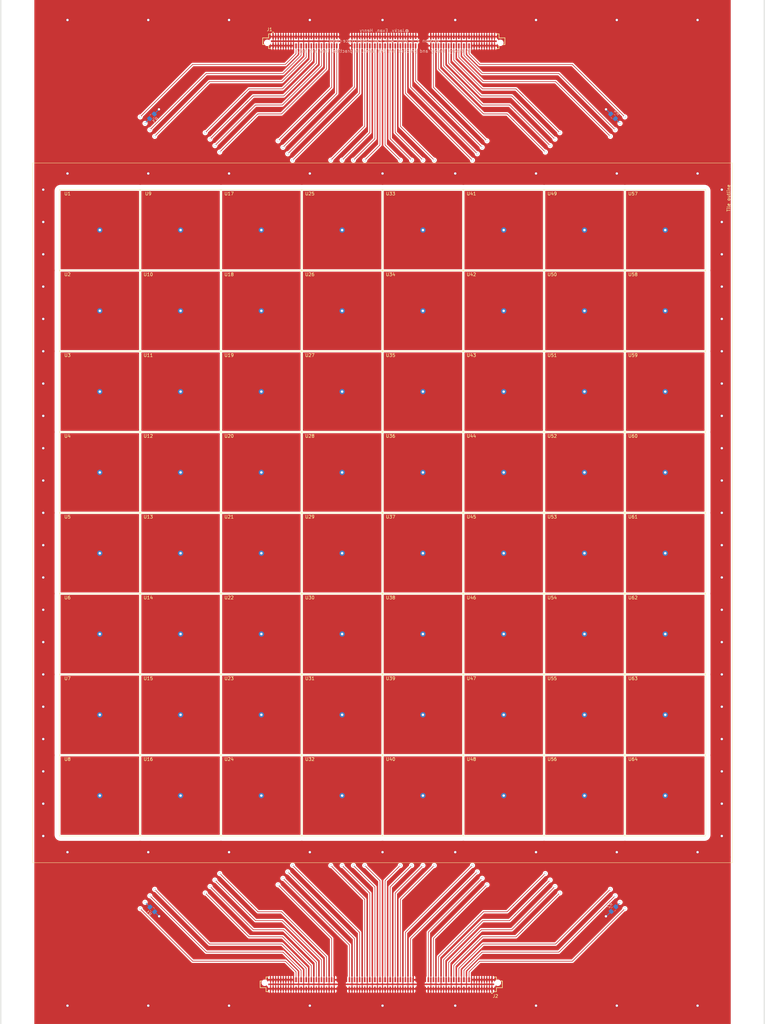
<source format=kicad_pcb>
(kicad_pcb (version 20171130) (host pcbnew "(5.1.6)-1")
  (title_block (title stripline-pickup-a) (rev 1a) (comment 1 "30 strips") (comment 2 "50 ohm") (comment 3 "four layer, 9.1 mil prepreg") (comment 4 "same spacing as glass anode"))
  (layers (0 F.Cu signal) (1 In1.Cu power) (2 In2.Cu power) (3 In3.Cu power) (4 In4.Cu signal) (31 B.Cu power) (34 B.Paste user hide) (35 F.Paste user hide) (36 B.SilkS user hide) (37 F.SilkS user hide) (38 B.Mask user hide) (39 F.Mask user hide) (44 Edge.Cuts user hide))
  (net 0 "")
  (net 1 /h8)
  (net 2 /h7)
  (net 3 /h6)
  (net 4 /h5)
  (net 5 /h4)
  (net 6 /h3)
  (net 7 /h2)
  (net 8 /h1)
  (net 9 /g8)
  (net 10 /g7)
  (net 11 /g6)
  (net 12 /g5)
  (net 13 /g4)
  (net 14 /g3)
  (net 15 /g2)
  (net 16 /g1)
  (net 17 /f8)
  (net 18 /f7)
  (net 19 /f6)
  (net 20 /f5)
  (net 21 /f4)
  (net 22 /f3)
  (net 23 /f2)
  (net 24 /f1)
  (net 25 /e8)
  (net 26 /e7)
  (net 27 /e6)
  (net 28 /a5)
  (net 29 /e4)
  (net 30 /e3)
  (net 31 /e2)
  (net 32 /e1)
  (net 33 /d8)
  (net 34 /d7)
  (net 35 /d6)
  (net 36 /d5)
  (net 37 /d4)
  (net 38 /d3)
  (net 39 /d2)
  (net 40 /d1)
  (net 41 /c8)
  (net 42 /c7)
  (net 43 /c6)
  (net 44 /c5)
  (net 45 /c4)
  (net 46 /c3)
  (net 47 /c2)
  (net 48 /c1)
  (net 49 /b8)
  (net 50 /b7)
  (net 51 /b6)
  (net 52 /b5)
  (net 53 /b4)
  (net 54 /b3)
  (net 55 /b2)
  (net 56 /b1)
  (net 57 /a8)
  (net 58 /a7)
  (net 59 /a6)
  (net 60 /a4)
  (net 61 /a3)
  (net 62 /a2)
  (net 63 /a1)
  (net 64 /e5)
  (net 65 GND)
  (module Resistor_SMD:R_0805_2012Metric_Pad1.15x1.40mm_HandSolder (layer B.Cu) (at 72.4789 -124.6505 135)
    (fp_text reference R4 (at 0 1.65 315) (layer B.SilkS) (effects (justify mirror)))
    (fp_text value R_Small)
    (pad 2 smd roundrect (at 1.025 0 135) (size 1.15 1.4) (layers B.Cu B.Paste B.Mask) (roundrect_rratio 0.217391) (net 65 GND))
    (pad 1 smd roundrect (at -1.025 0 135) (size 1.15 1.4) (layers B.Cu B.Paste B.Mask) (roundrect_rratio 0.217391) (net 8 /h1))
  )
  (module Resistor_SMD:R_0805_2012Metric_Pad1.15x1.40mm_HandSolder (layer B.Cu) (at -72.5043 -124.6505 45)
    (fp_text reference R3 (at 0 1.65 225) (layer B.SilkS) (effects (justify mirror)))
    (fp_text value R_Small)
    (pad 2 smd roundrect (at 1.025 0 45) (size 1.15 1.4) (layers B.Cu B.Paste B.Mask) (roundrect_rratio 0.217391) (net 65 GND))
    (pad 1 smd roundrect (at -1.025 0 45) (size 1.15 1.4) (layers B.Cu B.Paste B.Mask) (roundrect_rratio 0.217391) (net 63 /a1))
  )
  (module Resistor_SMD:R_0805_2012Metric_Pad1.15x1.40mm_HandSolder (layer B.Cu) (at 72.617716 124.587884 225)
    (fp_text reference R2 (at 0 1.65 225) (layer B.SilkS) (effects (justify mirror)))
    (fp_text value R_Small)
    (pad 2 smd roundrect (at 1.025 0 225) (size 1.15 1.4) (layers B.Cu B.Paste B.Mask) (roundrect_rratio 0.217391) (net 65 GND))
    (pad 1 smd roundrect (at -1.025 0 225) (size 1.15 1.4) (layers B.Cu B.Paste B.Mask) (roundrect_rratio 0.217391) (net 1 /h8))
  )
  (module Resistor_SMD:R_0805_2012Metric_Pad1.15x1.40mm_HandSolder (layer B.Cu) (at -72.389116 124.689484 315)
    (fp_text reference R1 (at 0 1.65 315) (layer B.SilkS) (effects (justify mirror)))
    (fp_text value R_Small)
    (pad 2 smd roundrect (at 1.025 0 315) (size 1.15 1.4) (layers B.Cu B.Paste B.Mask) (roundrect_rratio 0.217391) (net 65 GND))
    (pad 1 smd roundrect (at -1.025 0 315) (size 1.15 1.4) (layers B.Cu B.Paste B.Mask) (roundrect_rratio 0.217391) (net 57 /a8))
  )
  (module AnodePads:SAMTEC_QRM8-078-05.0-L-D-A (layer F.Cu) (at -0.40005 148.23342 180)
    (fp_text reference J2 (at -35.91 -3.7) (layer F.SilkS))
    (fp_text value QRM8-078-05.0-L-D-A)
    (pad None np_thru_hole circle (at -36.65 0.5 180) (size 1.13 1.13) (drill 1.13) (layers *.Cu *.Mask))
    (pad None np_thru_hole circle (at 36.65 0.5 180) (size 1.13 1.13) (drill 1.13) (layers *.Cu *.Mask))
    (pad 01 smd rect (at -34.8 -1.425 180) (size 0.5 1.5) (layers F.Cu F.Paste F.Mask) (net 65 GND))
    (pad 02 smd rect (at -34.8 1.425 180) (size 0.5 1.5) (layers F.Cu F.Paste F.Mask) (net 65 GND))
    (pad 03 smd rect (at -34 -1.425 180) (size 0.5 1.5) (layers F.Cu F.Paste F.Mask) (net 65 GND))
    (pad 04 smd rect (at -34 1.425 180) (size 0.5 1.5) (layers F.Cu F.Paste F.Mask) (net 65 GND))
    (pad 05 smd rect (at -33.2 -1.425 180) (size 0.5 1.5) (layers F.Cu F.Paste F.Mask) (net 65 GND))
    (pad 06 smd rect (at -33.2 1.425 180) (size 0.5 1.5) (layers F.Cu F.Paste F.Mask) (net 65 GND))
    (pad 07 smd rect (at -32.4 -1.425 180) (size 0.5 1.5) (layers F.Cu F.Paste F.Mask) (net 65 GND))
    (pad 08 smd rect (at -32.4 1.425 180) (size 0.5 1.5) (layers F.Cu F.Paste F.Mask) (net 65 GND))
    (pad 09 smd rect (at -31.6 -1.425 180) (size 0.5 1.5) (layers F.Cu F.Paste F.Mask) (net 65 GND))
    (pad 10 smd rect (at -31.6 1.425 180) (size 0.5 1.5) (layers F.Cu F.Paste F.Mask) (net 65 GND))
    (pad 11 smd rect (at -30.8 -1.425 180) (size 0.5 1.5) (layers F.Cu F.Paste F.Mask) (net 65 GND))
    (pad 12 smd rect (at -30.8 1.425 180) (size 0.5 1.5) (layers F.Cu F.Paste F.Mask) (net 65 GND))
    (pad 13 smd rect (at -30 -1.425 180) (size 0.5 1.5) (layers F.Cu F.Paste F.Mask) (net 65 GND))
    (pad 14 smd rect (at -30 1.425 180) (size 0.5 1.5) (layers F.Cu F.Paste F.Mask) (net 65 GND))
    (pad 15 smd rect (at -29.2 -1.425 180) (size 0.5 1.5) (layers F.Cu F.Paste F.Mask) (net 65 GND))
    (pad 16 smd rect (at -29.2 1.425 180) (size 0.5 1.5) (layers F.Cu F.Paste F.Mask) (net 65 GND))
    (pad 17 smd rect (at -28.4 -1.425 180) (size 0.5 1.5) (layers F.Cu F.Paste F.Mask) (net 65 GND))
    (pad 18 smd rect (at -28.4 1.425 180) (size 0.5 1.5) (layers F.Cu F.Paste F.Mask) (net 65 GND))
    (pad 19 smd rect (at -27.6 -1.425 180) (size 0.5 1.5) (layers F.Cu F.Paste F.Mask) (net 65 GND))
    (pad 20 smd rect (at -27.6 1.425 180) (size 0.5 1.5) (layers F.Cu F.Paste F.Mask) (net 3 /h6))
    (pad 21 smd rect (at -26.8 -1.425 180) (size 0.5 1.5) (layers F.Cu F.Paste F.Mask) (net 65 GND))
    (pad 22 smd rect (at -26.8 1.425 180) (size 0.5 1.5) (layers F.Cu F.Paste F.Mask) (net 65 GND))
    (pad 23 smd rect (at -26 -1.425 180) (size 0.5 1.5) (layers F.Cu F.Paste F.Mask) (net 65 GND))
    (pad 24 smd rect (at -26 1.425 180) (size 0.5 1.5) (layers F.Cu F.Paste F.Mask) (net 2 /h7))
    (pad 25 smd rect (at -25.2 -1.425 180) (size 0.5 1.5) (layers F.Cu F.Paste F.Mask) (net 65 GND))
    (pad 26 smd rect (at -25.2 1.425 180) (size 0.5 1.5) (layers F.Cu F.Paste F.Mask) (net 65 GND))
    (pad 27 smd rect (at -24.4 -1.425 180) (size 0.5 1.5) (layers F.Cu F.Paste F.Mask) (net 65 GND))
    (pad 28 smd rect (at -24.4 1.425 180) (size 0.5 1.5) (layers F.Cu F.Paste F.Mask) (net 4 /h5))
    (pad 29 smd rect (at -23.6 -1.425 180) (size 0.5 1.5) (layers F.Cu F.Paste F.Mask) (net 65 GND))
    (pad 30 smd rect (at -23.6 1.425 180) (size 0.5 1.5) (layers F.Cu F.Paste F.Mask) (net 65 GND))
    (pad 31 smd rect (at -22.8 -1.425 180) (size 0.5 1.5) (layers F.Cu F.Paste F.Mask) (net 65 GND))
    (pad 32 smd rect (at -22.8 1.425 180) (size 0.5 1.5) (layers F.Cu F.Paste F.Mask) (net 11 /g6))
    (pad 33 smd rect (at -22 -1.425 180) (size 0.5 1.5) (layers F.Cu F.Paste F.Mask) (net 65 GND))
    (pad 34 smd rect (at -22 1.425 180) (size 0.5 1.5) (layers F.Cu F.Paste F.Mask) (net 65 GND))
    (pad 35 smd rect (at -21.2 -1.425 180) (size 0.5 1.5) (layers F.Cu F.Paste F.Mask) (net 65 GND))
    (pad 36 smd rect (at -21.2 1.425 180) (size 0.5 1.5) (layers F.Cu F.Paste F.Mask) (net 9 /g8))
    (pad 37 smd rect (at -20.4 -1.425 180) (size 0.5 1.5) (layers F.Cu F.Paste F.Mask) (net 65 GND))
    (pad 38 smd rect (at -20.4 1.425 180) (size 0.5 1.5) (layers F.Cu F.Paste F.Mask) (net 65 GND))
    (pad 39 smd rect (at -19.6 -1.425 180) (size 0.5 1.5) (layers F.Cu F.Paste F.Mask) (net 65 GND))
    (pad 40 smd rect (at -19.6 1.425 180) (size 0.5 1.5) (layers F.Cu F.Paste F.Mask) (net 10 /g7))
    (pad 41 smd rect (at -18.8 -1.425 180) (size 0.5 1.5) (layers F.Cu F.Paste F.Mask) (net 65 GND))
    (pad 42 smd rect (at -18.8 1.425 180) (size 0.5 1.5) (layers F.Cu F.Paste F.Mask) (net 65 GND))
    (pad 43 smd rect (at -18 -1.425 180) (size 0.5 1.5) (layers F.Cu F.Paste F.Mask) (net 65 GND))
    (pad 44 smd rect (at -18 1.425 180) (size 0.5 1.5) (layers F.Cu F.Paste F.Mask) (net 12 /g5))
    (pad 45 smd rect (at -17.2 -1.425 180) (size 0.5 1.5) (layers F.Cu F.Paste F.Mask) (net 65 GND))
    (pad 46 smd rect (at -17.2 1.425 180) (size 0.5 1.5) (layers F.Cu F.Paste F.Mask) (net 65 GND))
    (pad 47 smd rect (at -16.4 -1.425 180) (size 0.5 1.5) (layers F.Cu F.Paste F.Mask) (net 65 GND))
    (pad 48 smd rect (at -16.4 1.425 180) (size 0.5 1.5) (layers F.Cu F.Paste F.Mask) (net 19 /f6))
    (pad 49 smd rect (at -15.6 -1.425 180) (size 0.5 1.5) (layers F.Cu F.Paste F.Mask) (net 65 GND))
    (pad 50 smd rect (at -15.6 1.425 180) (size 0.5 1.5) (layers F.Cu F.Paste F.Mask) (net 65 GND))
    (pad 51 smd rect (at -14.8 -1.425 180) (size 0.5 1.5) (layers F.Cu F.Paste F.Mask) (net 65 GND))
    (pad 52 smd rect (at -14.8 1.425 180) (size 0.5 1.5) (layers F.Cu F.Paste F.Mask) (net 17 /f8))
    (pad 53 smd rect (at -10 -1.425 180) (size 0.5 1.5) (layers F.Cu F.Paste F.Mask) (net 65 GND))
    (pad 54 smd rect (at -10 1.425 180) (size 0.5 1.5) (layers F.Cu F.Paste F.Mask) (net 65 GND))
    (pad 55 smd rect (at -9.2 -1.425 180) (size 0.5 1.5) (layers F.Cu F.Paste F.Mask) (net 65 GND))
    (pad 56 smd rect (at -9.2 1.425 180) (size 0.5 1.5) (layers F.Cu F.Paste F.Mask) (net 18 /f7))
    (pad 57 smd rect (at -8.4 -1.425 180) (size 0.5 1.5) (layers F.Cu F.Paste F.Mask) (net 65 GND))
    (pad 58 smd rect (at -8.4 1.425 180) (size 0.5 1.5) (layers F.Cu F.Paste F.Mask) (net 65 GND))
    (pad 59 smd rect (at -7.6 -1.425 180) (size 0.5 1.5) (layers F.Cu F.Paste F.Mask) (net 65 GND))
    (pad 60 smd rect (at -7.6 1.425 180) (size 0.5 1.5) (layers F.Cu F.Paste F.Mask) (net 20 /f5))
    (pad 61 smd rect (at -6.8 -1.425 180) (size 0.5 1.5) (layers F.Cu F.Paste F.Mask) (net 65 GND))
    (pad 62 smd rect (at -6.8 1.425 180) (size 0.5 1.5) (layers F.Cu F.Paste F.Mask) (net 65 GND))
    (pad 63 smd rect (at -6 -1.425 180) (size 0.5 1.5) (layers F.Cu F.Paste F.Mask) (net 65 GND))
    (pad 64 smd rect (at -6 1.425 180) (size 0.5 1.5) (layers F.Cu F.Paste F.Mask) (net 27 /e6))
    (pad 65 smd rect (at -5.2 -1.425 180) (size 0.5 1.5) (layers F.Cu F.Paste F.Mask) (net 65 GND))
    (pad 66 smd rect (at -5.2 1.425 180) (size 0.5 1.5) (layers F.Cu F.Paste F.Mask) (net 65 GND))
    (pad 67 smd rect (at -4.4 -1.425 180) (size 0.5 1.5) (layers F.Cu F.Paste F.Mask) (net 65 GND))
    (pad 68 smd rect (at -4.4 1.425 180) (size 0.5 1.5) (layers F.Cu F.Paste F.Mask) (net 25 /e8))
    (pad 69 smd rect (at -3.6 -1.425 180) (size 0.5 1.5) (layers F.Cu F.Paste F.Mask) (net 65 GND))
    (pad 70 smd rect (at -3.6 1.425 180) (size 0.5 1.5) (layers F.Cu F.Paste F.Mask) (net 65 GND))
    (pad 71 smd rect (at -2.8 -1.425 180) (size 0.5 1.5) (layers F.Cu F.Paste F.Mask) (net 65 GND))
    (pad 72 smd rect (at -2.8 1.425 180) (size 0.5 1.5) (layers F.Cu F.Paste F.Mask) (net 26 /e7))
    (pad 73 smd rect (at -2 -1.425 180) (size 0.5 1.5) (layers F.Cu F.Paste F.Mask) (net 65 GND))
    (pad 74 smd rect (at -2 1.425 180) (size 0.5 1.5) (layers F.Cu F.Paste F.Mask) (net 65 GND))
    (pad 75 smd rect (at -1.2 -1.425 180) (size 0.5 1.5) (layers F.Cu F.Paste F.Mask) (net 65 GND))
    (pad 76 smd rect (at -1.2 1.425 180) (size 0.5 1.5) (layers F.Cu F.Paste F.Mask) (net 64 /e5))
    (pad 77 smd rect (at -0.4 -1.425 180) (size 0.5 1.5) (layers F.Cu F.Paste F.Mask) (net 65 GND))
    (pad 78 smd rect (at -0.4 1.425 180) (size 0.5 1.5) (layers F.Cu F.Paste F.Mask) (net 65 GND))
    (pad 79 smd rect (at 0.4 -1.425 180) (size 0.5 1.5) (layers F.Cu F.Paste F.Mask) (net 65 GND))
    (pad 80 smd rect (at 0.4 1.425 180) (size 0.5 1.5) (layers F.Cu F.Paste F.Mask) (net 36 /d5))
    (pad 81 smd rect (at 1.2 -1.425 180) (size 0.5 1.5) (layers F.Cu F.Paste F.Mask) (net 65 GND))
    (pad 82 smd rect (at 1.2 1.425 180) (size 0.5 1.5) (layers F.Cu F.Paste F.Mask) (net 65 GND))
    (pad 83 smd rect (at 2 -1.425 180) (size 0.5 1.5) (layers F.Cu F.Paste F.Mask) (net 65 GND))
    (pad 84 smd rect (at 2 1.425 180) (size 0.5 1.5) (layers F.Cu F.Paste F.Mask) (net 34 /d7))
    (pad 85 smd rect (at 2.8 -1.425 180) (size 0.5 1.5) (layers F.Cu F.Paste F.Mask) (net 65 GND))
    (pad 86 smd rect (at 2.8 1.425 180) (size 0.5 1.5) (layers F.Cu F.Paste F.Mask) (net 65 GND))
    (pad 87 smd rect (at 3.6 -1.425 180) (size 0.5 1.5) (layers F.Cu F.Paste F.Mask) (net 65 GND))
    (pad 88 smd rect (at 3.6 1.425 180) (size 0.5 1.5) (layers F.Cu F.Paste F.Mask) (net 33 /d8))
    (pad 89 smd rect (at 4.4 -1.425 180) (size 0.5 1.5) (layers F.Cu F.Paste F.Mask) (net 65 GND))
    (pad 90 smd rect (at 4.4 1.425 180) (size 0.5 1.5) (layers F.Cu F.Paste F.Mask) (net 65 GND))
    (pad 91 smd rect (at 5.2 -1.425 180) (size 0.5 1.5) (layers F.Cu F.Paste F.Mask) (net 65 GND))
    (pad 92 smd rect (at 5.2 1.425 180) (size 0.5 1.5) (layers F.Cu F.Paste F.Mask) (net 35 /d6))
    (pad 93 smd rect (at 6 -1.425 180) (size 0.5 1.5) (layers F.Cu F.Paste F.Mask) (net 65 GND))
    (pad 94 smd rect (at 6 1.425 180) (size 0.5 1.5) (layers F.Cu F.Paste F.Mask) (net 65 GND))
    (pad 95 smd rect (at 6.8 -1.425 180) (size 0.5 1.5) (layers F.Cu F.Paste F.Mask) (net 65 GND))
    (pad 96 smd rect (at 6.8 1.425 180) (size 0.5 1.5) (layers F.Cu F.Paste F.Mask) (net 44 /c5))
    (pad 97 smd rect (at 7.6 -1.425 180) (size 0.5 1.5) (layers F.Cu F.Paste F.Mask) (net 65 GND))
    (pad 98 smd rect (at 7.6 1.425 180) (size 0.5 1.5) (layers F.Cu F.Paste F.Mask) (net 65 GND))
    (pad 99 smd rect (at 8.4 -1.425 180) (size 0.5 1.5) (layers F.Cu F.Paste F.Mask) (net 65 GND))
    (pad 100 smd rect (at 8.4 1.425 180) (size 0.5 1.5) (layers F.Cu F.Paste F.Mask) (net 42 /c7))
    (pad 101 smd rect (at 9.2 -1.425 180) (size 0.5 1.5) (layers F.Cu F.Paste F.Mask) (net 65 GND))
    (pad 102 smd rect (at 9.2 1.425 180) (size 0.5 1.5) (layers F.Cu F.Paste F.Mask) (net 65 GND))
    (pad 103 smd rect (at 10 -1.425 180) (size 0.5 1.5) (layers F.Cu F.Paste F.Mask) (net 65 GND))
    (pad 104 smd rect (at 10 1.425 180) (size 0.5 1.5) (layers F.Cu F.Paste F.Mask) (net 41 /c8))
    (pad 105 smd rect (at 14.8 -1.425 180) (size 0.5 1.5) (layers F.Cu F.Paste F.Mask) (net 65 GND))
    (pad 106 smd rect (at 14.8 1.425 180) (size 0.5 1.5) (layers F.Cu F.Paste F.Mask) (net 65 GND))
    (pad 107 smd rect (at 15.6 -1.425 180) (size 0.5 1.5) (layers F.Cu F.Paste F.Mask) (net 65 GND))
    (pad 108 smd rect (at 15.6 1.425 180) (size 0.5 1.5) (layers F.Cu F.Paste F.Mask) (net 43 /c6))
    (pad 109 smd rect (at 16.4 -1.425 180) (size 0.5 1.5) (layers F.Cu F.Paste F.Mask) (net 65 GND))
    (pad 110 smd rect (at 16.4 1.425 180) (size 0.5 1.5) (layers F.Cu F.Paste F.Mask) (net 65 GND))
    (pad 111 smd rect (at 17.2 -1.425 180) (size 0.5 1.5) (layers F.Cu F.Paste F.Mask) (net 65 GND))
    (pad 112 smd rect (at 17.2 1.425 180) (size 0.5 1.5) (layers F.Cu F.Paste F.Mask) (net 52 /b5))
    (pad 113 smd rect (at 18 -1.425 180) (size 0.5 1.5) (layers F.Cu F.Paste F.Mask) (net 65 GND))
    (pad 114 smd rect (at 18 1.425 180) (size 0.5 1.5) (layers F.Cu F.Paste F.Mask) (net 65 GND))
    (pad 115 smd rect (at 18.8 -1.425 180) (size 0.5 1.5) (layers F.Cu F.Paste F.Mask) (net 65 GND))
    (pad 116 smd rect (at 18.8 1.425 180) (size 0.5 1.5) (layers F.Cu F.Paste F.Mask) (net 50 /b7))
    (pad 117 smd rect (at 19.6 -1.425 180) (size 0.5 1.5) (layers F.Cu F.Paste F.Mask) (net 65 GND))
    (pad 118 smd rect (at 19.6 1.425 180) (size 0.5 1.5) (layers F.Cu F.Paste F.Mask) (net 65 GND))
    (pad 119 smd rect (at 20.4 -1.425 180) (size 0.5 1.5) (layers F.Cu F.Paste F.Mask) (net 65 GND))
    (pad 120 smd rect (at 20.4 1.425 180) (size 0.5 1.5) (layers F.Cu F.Paste F.Mask) (net 49 /b8))
    (pad 121 smd rect (at 21.2 -1.425 180) (size 0.5 1.5) (layers F.Cu F.Paste F.Mask) (net 65 GND))
    (pad 122 smd rect (at 21.2 1.425 180) (size 0.5 1.5) (layers F.Cu F.Paste F.Mask) (net 65 GND))
    (pad 123 smd rect (at 22 -1.425 180) (size 0.5 1.5) (layers F.Cu F.Paste F.Mask) (net 65 GND))
    (pad 124 smd rect (at 22 1.425 180) (size 0.5 1.5) (layers F.Cu F.Paste F.Mask) (net 51 /b6))
    (pad 125 smd rect (at 22.8 -1.425 180) (size 0.5 1.5) (layers F.Cu F.Paste F.Mask) (net 65 GND))
    (pad 126 smd rect (at 22.8 1.425 180) (size 0.5 1.5) (layers F.Cu F.Paste F.Mask) (net 65 GND))
    (pad 127 smd rect (at 23.6 -1.425 180) (size 0.5 1.5) (layers F.Cu F.Paste F.Mask) (net 65 GND))
    (pad 128 smd rect (at 23.6 1.425 180) (size 0.5 1.5) (layers F.Cu F.Paste F.Mask) (net 28 /a5))
    (pad 129 smd rect (at 24.4 -1.425 180) (size 0.5 1.5) (layers F.Cu F.Paste F.Mask) (net 65 GND))
    (pad 130 smd rect (at 24.4 1.425 180) (size 0.5 1.5) (layers F.Cu F.Paste F.Mask) (net 65 GND))
    (pad 131 smd rect (at 25.2 -1.425 180) (size 0.5 1.5) (layers F.Cu F.Paste F.Mask) (net 65 GND))
    (pad 132 smd rect (at 25.2 1.425 180) (size 0.5 1.5) (layers F.Cu F.Paste F.Mask) (net 58 /a7))
    (pad 133 smd rect (at 26 -1.425 180) (size 0.5 1.5) (layers F.Cu F.Paste F.Mask) (net 65 GND))
    (pad 134 smd rect (at 26 1.425 180) (size 0.5 1.5) (layers F.Cu F.Paste F.Mask) (net 65 GND))
    (pad 135 smd rect (at 26.8 -1.425 180) (size 0.5 1.5) (layers F.Cu F.Paste F.Mask) (net 65 GND))
    (pad 136 smd rect (at 26.8 1.425 180) (size 0.5 1.5) (layers F.Cu F.Paste F.Mask) (net 59 /a6))
    (pad 137 smd rect (at 27.6 -1.425 180) (size 0.5 1.5) (layers F.Cu F.Paste F.Mask) (net 65 GND))
    (pad 138 smd rect (at 27.6 1.425 180) (size 0.5 1.5) (layers F.Cu F.Paste F.Mask) (net 65 GND))
    (pad 139 smd rect (at 28.4 -1.425 180) (size 0.5 1.5) (layers F.Cu F.Paste F.Mask) (net 65 GND))
    (pad 140 smd rect (at 28.4 1.425 180) (size 0.5 1.5) (layers F.Cu F.Paste F.Mask) (net 65 GND))
    (pad 141 smd rect (at 29.2 -1.425 180) (size 0.5 1.5) (layers F.Cu F.Paste F.Mask) (net 65 GND))
    (pad 142 smd rect (at 29.2 1.425 180) (size 0.5 1.5) (layers F.Cu F.Paste F.Mask) (net 65 GND))
    (pad 143 smd rect (at 30 -1.425 180) (size 0.5 1.5) (layers F.Cu F.Paste F.Mask) (net 65 GND))
    (pad 144 smd rect (at 30 1.425 180) (size 0.5 1.5) (layers F.Cu F.Paste F.Mask) (net 65 GND))
    (pad 145 smd rect (at 30.8 -1.425 180) (size 0.5 1.5) (layers F.Cu F.Paste F.Mask) (net 65 GND))
    (pad 146 smd rect (at 30.8 1.425 180) (size 0.5 1.5) (layers F.Cu F.Paste F.Mask) (net 65 GND))
    (pad 147 smd rect (at 31.6 -1.425 180) (size 0.5 1.5) (layers F.Cu F.Paste F.Mask) (net 65 GND))
    (pad 148 smd rect (at 31.6 1.425 180) (size 0.5 1.5) (layers F.Cu F.Paste F.Mask) (net 65 GND))
    (pad 149 smd rect (at 32.4 -1.425 180) (size 0.5 1.5) (layers F.Cu F.Paste F.Mask) (net 65 GND))
    (pad 150 smd rect (at 32.4 1.425 180) (size 0.5 1.5) (layers F.Cu F.Paste F.Mask) (net 65 GND))
    (pad 151 smd rect (at 33.2 -1.425 180) (size 0.5 1.5) (layers F.Cu F.Paste F.Mask) (net 65 GND))
    (pad 152 smd rect (at 33.2 1.425 180) (size 0.5 1.5) (layers F.Cu F.Paste F.Mask) (net 65 GND))
    (pad 153 smd rect (at 34 -1.425 180) (size 0.5 1.5) (layers F.Cu F.Paste F.Mask) (net 65 GND))
    (pad 154 smd rect (at 34 1.425 180) (size 0.5 1.5) (layers F.Cu F.Paste F.Mask) (net 65 GND))
    (pad 155 smd rect (at 34.8 -1.425 180) (size 0.5 1.5) (layers F.Cu F.Paste F.Mask) (net 65 GND))
    (pad 156 smd rect (at 34.8 1.425 180) (size 0.5 1.5) (layers F.Cu F.Paste F.Mask) (net 65 GND))
    (pad G1 smd rect (at -33.865 0 180) (size 3.28 0.51) (layers F.Cu F.Paste F.Mask) (net 65 GND))
    (pad G2 smd rect (at -24.8 0 180) (size 13.15 0.51) (layers F.Cu F.Paste F.Mask) (net 65 GND))
    (pad G3 smd rect (at -15.735 0 180) (size 3.28 0.51) (layers F.Cu F.Paste F.Mask) (net 65 GND))
    (pad G4 smd rect (at -9.065 0 180) (size 3.28 0.51) (layers F.Cu F.Paste F.Mask) (net 65 GND))
    (pad G5 smd rect (at 0 0 180) (size 13.15 0.51) (layers F.Cu F.Paste F.Mask) (net 65 GND))
    (pad G6 smd rect (at 9.065 0 180) (size 3.28 0.51) (layers F.Cu F.Paste F.Mask) (net 65 GND))
    (pad G7 smd rect (at 15.735 0 180) (size 3.28 0.51) (layers F.Cu F.Paste F.Mask) (net 65 GND))
    (pad G8 smd rect (at 24.8 0 180) (size 13.15 0.51) (layers F.Cu F.Paste F.Mask) (net 65 GND))
    (pad G9 smd rect (at 33.865 0 180) (size 3.28 0.51) (layers F.Cu F.Paste F.Mask) (net 65 GND))
  )
  (module AnodePads:SAMTEC_QRM8-078-05.0-L-D-A (layer F.Cu) (at 0.40005 -148.27018)
    (fp_text reference J1 (at -35.91 -3.7) (layer F.SilkS))
    (fp_text value QRM8-078-05.0-L-D-A)
    (pad None np_thru_hole circle (at -36.65 0.5) (size 1.13 1.13) (drill 1.13) (layers *.Cu *.Mask))
    (pad None np_thru_hole circle (at 36.65 0.5) (size 1.13 1.13) (drill 1.13) (layers *.Cu *.Mask))
    (pad 01 smd rect (at -34.8 -1.425) (size 0.5 1.5) (layers F.Cu F.Paste F.Mask) (net 65 GND))
    (pad 02 smd rect (at -34.8 1.425) (size 0.5 1.5) (layers F.Cu F.Paste F.Mask) (net 65 GND))
    (pad 03 smd rect (at -34 -1.425) (size 0.5 1.5) (layers F.Cu F.Paste F.Mask) (net 65 GND))
    (pad 04 smd rect (at -34 1.425) (size 0.5 1.5) (layers F.Cu F.Paste F.Mask) (net 65 GND))
    (pad 05 smd rect (at -33.2 -1.425) (size 0.5 1.5) (layers F.Cu F.Paste F.Mask) (net 65 GND))
    (pad 06 smd rect (at -33.2 1.425) (size 0.5 1.5) (layers F.Cu F.Paste F.Mask) (net 65 GND))
    (pad 07 smd rect (at -32.4 -1.425) (size 0.5 1.5) (layers F.Cu F.Paste F.Mask) (net 65 GND))
    (pad 08 smd rect (at -32.4 1.425) (size 0.5 1.5) (layers F.Cu F.Paste F.Mask) (net 65 GND))
    (pad 09 smd rect (at -31.6 -1.425) (size 0.5 1.5) (layers F.Cu F.Paste F.Mask) (net 65 GND))
    (pad 10 smd rect (at -31.6 1.425) (size 0.5 1.5) (layers F.Cu F.Paste F.Mask) (net 65 GND))
    (pad 11 smd rect (at -30.8 -1.425) (size 0.5 1.5) (layers F.Cu F.Paste F.Mask) (net 65 GND))
    (pad 12 smd rect (at -30.8 1.425) (size 0.5 1.5) (layers F.Cu F.Paste F.Mask) (net 65 GND))
    (pad 13 smd rect (at -30 -1.425) (size 0.5 1.5) (layers F.Cu F.Paste F.Mask) (net 65 GND))
    (pad 14 smd rect (at -30 1.425) (size 0.5 1.5) (layers F.Cu F.Paste F.Mask) (net 65 GND))
    (pad 15 smd rect (at -29.2 -1.425) (size 0.5 1.5) (layers F.Cu F.Paste F.Mask) (net 65 GND))
    (pad 16 smd rect (at -29.2 1.425) (size 0.5 1.5) (layers F.Cu F.Paste F.Mask) (net 65 GND))
    (pad 17 smd rect (at -28.4 -1.425) (size 0.5 1.5) (layers F.Cu F.Paste F.Mask) (net 65 GND))
    (pad 18 smd rect (at -28.4 1.425) (size 0.5 1.5) (layers F.Cu F.Paste F.Mask) (net 65 GND))
    (pad 19 smd rect (at -27.6 -1.425) (size 0.5 1.5) (layers F.Cu F.Paste F.Mask) (net 65 GND))
    (pad 20 smd rect (at -27.6 1.425) (size 0.5 1.5) (layers F.Cu F.Paste F.Mask) (net 61 /a3))
    (pad 21 smd rect (at -26.8 -1.425) (size 0.5 1.5) (layers F.Cu F.Paste F.Mask) (net 65 GND))
    (pad 22 smd rect (at -26.8 1.425) (size 0.5 1.5) (layers F.Cu F.Paste F.Mask) (net 65 GND))
    (pad 23 smd rect (at -26 -1.425) (size 0.5 1.5) (layers F.Cu F.Paste F.Mask) (net 65 GND))
    (pad 24 smd rect (at -26 1.425) (size 0.5 1.5) (layers F.Cu F.Paste F.Mask) (net 62 /a2))
    (pad 25 smd rect (at -25.2 -1.425) (size 0.5 1.5) (layers F.Cu F.Paste F.Mask) (net 65 GND))
    (pad 26 smd rect (at -25.2 1.425) (size 0.5 1.5) (layers F.Cu F.Paste F.Mask) (net 65 GND))
    (pad 27 smd rect (at -24.4 -1.425) (size 0.5 1.5) (layers F.Cu F.Paste F.Mask) (net 65 GND))
    (pad 28 smd rect (at -24.4 1.425) (size 0.5 1.5) (layers F.Cu F.Paste F.Mask) (net 60 /a4))
    (pad 29 smd rect (at -23.6 -1.425) (size 0.5 1.5) (layers F.Cu F.Paste F.Mask) (net 65 GND))
    (pad 30 smd rect (at -23.6 1.425) (size 0.5 1.5) (layers F.Cu F.Paste F.Mask) (net 65 GND))
    (pad 31 smd rect (at -22.8 -1.425) (size 0.5 1.5) (layers F.Cu F.Paste F.Mask) (net 65 GND))
    (pad 32 smd rect (at -22.8 1.425) (size 0.5 1.5) (layers F.Cu F.Paste F.Mask) (net 54 /b3))
    (pad 33 smd rect (at -22 -1.425) (size 0.5 1.5) (layers F.Cu F.Paste F.Mask) (net 65 GND))
    (pad 34 smd rect (at -22 1.425) (size 0.5 1.5) (layers F.Cu F.Paste F.Mask) (net 65 GND))
    (pad 35 smd rect (at -21.2 -1.425) (size 0.5 1.5) (layers F.Cu F.Paste F.Mask) (net 65 GND))
    (pad 36 smd rect (at -21.2 1.425) (size 0.5 1.5) (layers F.Cu F.Paste F.Mask) (net 56 /b1))
    (pad 37 smd rect (at -20.4 -1.425) (size 0.5 1.5) (layers F.Cu F.Paste F.Mask) (net 65 GND))
    (pad 38 smd rect (at -20.4 1.425) (size 0.5 1.5) (layers F.Cu F.Paste F.Mask) (net 65 GND))
    (pad 39 smd rect (at -19.6 -1.425) (size 0.5 1.5) (layers F.Cu F.Paste F.Mask) (net 65 GND))
    (pad 40 smd rect (at -19.6 1.425) (size 0.5 1.5) (layers F.Cu F.Paste F.Mask) (net 55 /b2))
    (pad 41 smd rect (at -18.8 -1.425) (size 0.5 1.5) (layers F.Cu F.Paste F.Mask) (net 65 GND))
    (pad 42 smd rect (at -18.8 1.425) (size 0.5 1.5) (layers F.Cu F.Paste F.Mask) (net 65 GND))
    (pad 43 smd rect (at -18 -1.425) (size 0.5 1.5) (layers F.Cu F.Paste F.Mask) (net 65 GND))
    (pad 44 smd rect (at -18 1.425) (size 0.5 1.5) (layers F.Cu F.Paste F.Mask) (net 53 /b4))
    (pad 45 smd rect (at -17.2 -1.425) (size 0.5 1.5) (layers F.Cu F.Paste F.Mask) (net 65 GND))
    (pad 46 smd rect (at -17.2 1.425) (size 0.5 1.5) (layers F.Cu F.Paste F.Mask) (net 65 GND))
    (pad 47 smd rect (at -16.4 -1.425) (size 0.5 1.5) (layers F.Cu F.Paste F.Mask) (net 65 GND))
    (pad 48 smd rect (at -16.4 1.425) (size 0.5 1.5) (layers F.Cu F.Paste F.Mask) (net 46 /c3))
    (pad 49 smd rect (at -15.6 -1.425) (size 0.5 1.5) (layers F.Cu F.Paste F.Mask) (net 65 GND))
    (pad 50 smd rect (at -15.6 1.425) (size 0.5 1.5) (layers F.Cu F.Paste F.Mask) (net 65 GND))
    (pad 51 smd rect (at -14.8 -1.425) (size 0.5 1.5) (layers F.Cu F.Paste F.Mask) (net 65 GND))
    (pad 52 smd rect (at -14.8 1.425) (size 0.5 1.5) (layers F.Cu F.Paste F.Mask) (net 48 /c1))
    (pad 53 smd rect (at -10 -1.425) (size 0.5 1.5) (layers F.Cu F.Paste F.Mask) (net 65 GND))
    (pad 54 smd rect (at -10 1.425) (size 0.5 1.5) (layers F.Cu F.Paste F.Mask) (net 65 GND))
    (pad 55 smd rect (at -9.2 -1.425) (size 0.5 1.5) (layers F.Cu F.Paste F.Mask) (net 65 GND))
    (pad 56 smd rect (at -9.2 1.425) (size 0.5 1.5) (layers F.Cu F.Paste F.Mask) (net 47 /c2))
    (pad 57 smd rect (at -8.4 -1.425) (size 0.5 1.5) (layers F.Cu F.Paste F.Mask) (net 65 GND))
    (pad 58 smd rect (at -8.4 1.425) (size 0.5 1.5) (layers F.Cu F.Paste F.Mask) (net 65 GND))
    (pad 59 smd rect (at -7.6 -1.425) (size 0.5 1.5) (layers F.Cu F.Paste F.Mask) (net 65 GND))
    (pad 60 smd rect (at -7.6 1.425) (size 0.5 1.5) (layers F.Cu F.Paste F.Mask) (net 45 /c4))
    (pad 61 smd rect (at -6.8 -1.425) (size 0.5 1.5) (layers F.Cu F.Paste F.Mask) (net 65 GND))
    (pad 62 smd rect (at -6.8 1.425) (size 0.5 1.5) (layers F.Cu F.Paste F.Mask) (net 65 GND))
    (pad 63 smd rect (at -6 -1.425) (size 0.5 1.5) (layers F.Cu F.Paste F.Mask) (net 65 GND))
    (pad 64 smd rect (at -6 1.425) (size 0.5 1.5) (layers F.Cu F.Paste F.Mask) (net 38 /d3))
    (pad 65 smd rect (at -5.2 -1.425) (size 0.5 1.5) (layers F.Cu F.Paste F.Mask) (net 65 GND))
    (pad 66 smd rect (at -5.2 1.425) (size 0.5 1.5) (layers F.Cu F.Paste F.Mask) (net 65 GND))
    (pad 67 smd rect (at -4.4 -1.425) (size 0.5 1.5) (layers F.Cu F.Paste F.Mask) (net 65 GND))
    (pad 68 smd rect (at -4.4 1.425) (size 0.5 1.5) (layers F.Cu F.Paste F.Mask) (net 40 /d1))
    (pad 69 smd rect (at -3.6 -1.425) (size 0.5 1.5) (layers F.Cu F.Paste F.Mask) (net 65 GND))
    (pad 70 smd rect (at -3.6 1.425) (size 0.5 1.5) (layers F.Cu F.Paste F.Mask) (net 65 GND))
    (pad 71 smd rect (at -2.8 -1.425) (size 0.5 1.5) (layers F.Cu F.Paste F.Mask) (net 65 GND))
    (pad 72 smd rect (at -2.8 1.425) (size 0.5 1.5) (layers F.Cu F.Paste F.Mask) (net 39 /d2))
    (pad 73 smd rect (at -2 -1.425) (size 0.5 1.5) (layers F.Cu F.Paste F.Mask) (net 65 GND))
    (pad 74 smd rect (at -2 1.425) (size 0.5 1.5) (layers F.Cu F.Paste F.Mask) (net 65 GND))
    (pad 75 smd rect (at -1.2 -1.425) (size 0.5 1.5) (layers F.Cu F.Paste F.Mask) (net 65 GND))
    (pad 76 smd rect (at -1.2 1.425) (size 0.5 1.5) (layers F.Cu F.Paste F.Mask) (net 37 /d4))
    (pad 77 smd rect (at -0.4 -1.425) (size 0.5 1.5) (layers F.Cu F.Paste F.Mask) (net 65 GND))
    (pad 78 smd rect (at -0.4 1.425) (size 0.5 1.5) (layers F.Cu F.Paste F.Mask) (net 65 GND))
    (pad 79 smd rect (at 0.4 -1.425) (size 0.5 1.5) (layers F.Cu F.Paste F.Mask) (net 65 GND))
    (pad 80 smd rect (at 0.4 1.425) (size 0.5 1.5) (layers F.Cu F.Paste F.Mask) (net 29 /e4))
    (pad 81 smd rect (at 1.2 -1.425) (size 0.5 1.5) (layers F.Cu F.Paste F.Mask) (net 65 GND))
    (pad 82 smd rect (at 1.2 1.425) (size 0.5 1.5) (layers F.Cu F.Paste F.Mask) (net 65 GND))
    (pad 83 smd rect (at 2 -1.425) (size 0.5 1.5) (layers F.Cu F.Paste F.Mask) (net 65 GND))
    (pad 84 smd rect (at 2 1.425) (size 0.5 1.5) (layers F.Cu F.Paste F.Mask) (net 31 /e2))
    (pad 85 smd rect (at 2.8 -1.425) (size 0.5 1.5) (layers F.Cu F.Paste F.Mask) (net 65 GND))
    (pad 86 smd rect (at 2.8 1.425) (size 0.5 1.5) (layers F.Cu F.Paste F.Mask) (net 65 GND))
    (pad 87 smd rect (at 3.6 -1.425) (size 0.5 1.5) (layers F.Cu F.Paste F.Mask) (net 65 GND))
    (pad 88 smd rect (at 3.6 1.425) (size 0.5 1.5) (layers F.Cu F.Paste F.Mask) (net 32 /e1))
    (pad 89 smd rect (at 4.4 -1.425) (size 0.5 1.5) (layers F.Cu F.Paste F.Mask) (net 65 GND))
    (pad 90 smd rect (at 4.4 1.425) (size 0.5 1.5) (layers F.Cu F.Paste F.Mask) (net 65 GND))
    (pad 91 smd rect (at 5.2 -1.425) (size 0.5 1.5) (layers F.Cu F.Paste F.Mask) (net 65 GND))
    (pad 92 smd rect (at 5.2 1.425) (size 0.5 1.5) (layers F.Cu F.Paste F.Mask) (net 30 /e3))
    (pad 93 smd rect (at 6 -1.425) (size 0.5 1.5) (layers F.Cu F.Paste F.Mask) (net 65 GND))
    (pad 94 smd rect (at 6 1.425) (size 0.5 1.5) (layers F.Cu F.Paste F.Mask) (net 65 GND))
    (pad 95 smd rect (at 6.8 -1.425) (size 0.5 1.5) (layers F.Cu F.Paste F.Mask) (net 65 GND))
    (pad 96 smd rect (at 6.8 1.425) (size 0.5 1.5) (layers F.Cu F.Paste F.Mask) (net 21 /f4))
    (pad 97 smd rect (at 7.6 -1.425) (size 0.5 1.5) (layers F.Cu F.Paste F.Mask) (net 65 GND))
    (pad 98 smd rect (at 7.6 1.425) (size 0.5 1.5) (layers F.Cu F.Paste F.Mask) (net 65 GND))
    (pad 99 smd rect (at 8.4 -1.425) (size 0.5 1.5) (layers F.Cu F.Paste F.Mask) (net 65 GND))
    (pad 100 smd rect (at 8.4 1.425) (size 0.5 1.5) (layers F.Cu F.Paste F.Mask) (net 23 /f2))
    (pad 101 smd rect (at 9.2 -1.425) (size 0.5 1.5) (layers F.Cu F.Paste F.Mask) (net 65 GND))
    (pad 102 smd rect (at 9.2 1.425) (size 0.5 1.5) (layers F.Cu F.Paste F.Mask) (net 65 GND))
    (pad 103 smd rect (at 10 -1.425) (size 0.5 1.5) (layers F.Cu F.Paste F.Mask) (net 65 GND))
    (pad 104 smd rect (at 10 1.425) (size 0.5 1.5) (layers F.Cu F.Paste F.Mask) (net 24 /f1))
    (pad 105 smd rect (at 14.8 -1.425) (size 0.5 1.5) (layers F.Cu F.Paste F.Mask) (net 65 GND))
    (pad 106 smd rect (at 14.8 1.425) (size 0.5 1.5) (layers F.Cu F.Paste F.Mask) (net 65 GND))
    (pad 107 smd rect (at 15.6 -1.425) (size 0.5 1.5) (layers F.Cu F.Paste F.Mask) (net 65 GND))
    (pad 108 smd rect (at 15.6 1.425) (size 0.5 1.5) (layers F.Cu F.Paste F.Mask) (net 22 /f3))
    (pad 109 smd rect (at 16.4 -1.425) (size 0.5 1.5) (layers F.Cu F.Paste F.Mask) (net 65 GND))
    (pad 110 smd rect (at 16.4 1.425) (size 0.5 1.5) (layers F.Cu F.Paste F.Mask) (net 65 GND))
    (pad 111 smd rect (at 17.2 -1.425) (size 0.5 1.5) (layers F.Cu F.Paste F.Mask) (net 65 GND))
    (pad 112 smd rect (at 17.2 1.425) (size 0.5 1.5) (layers F.Cu F.Paste F.Mask) (net 13 /g4))
    (pad 113 smd rect (at 18 -1.425) (size 0.5 1.5) (layers F.Cu F.Paste F.Mask) (net 65 GND))
    (pad 114 smd rect (at 18 1.425) (size 0.5 1.5) (layers F.Cu F.Paste F.Mask) (net 65 GND))
    (pad 115 smd rect (at 18.8 -1.425) (size 0.5 1.5) (layers F.Cu F.Paste F.Mask) (net 65 GND))
    (pad 116 smd rect (at 18.8 1.425) (size 0.5 1.5) (layers F.Cu F.Paste F.Mask) (net 15 /g2))
    (pad 117 smd rect (at 19.6 -1.425) (size 0.5 1.5) (layers F.Cu F.Paste F.Mask) (net 65 GND))
    (pad 118 smd rect (at 19.6 1.425) (size 0.5 1.5) (layers F.Cu F.Paste F.Mask) (net 65 GND))
    (pad 119 smd rect (at 20.4 -1.425) (size 0.5 1.5) (layers F.Cu F.Paste F.Mask) (net 65 GND))
    (pad 120 smd rect (at 20.4 1.425) (size 0.5 1.5) (layers F.Cu F.Paste F.Mask) (net 16 /g1))
    (pad 121 smd rect (at 21.2 -1.425) (size 0.5 1.5) (layers F.Cu F.Paste F.Mask) (net 65 GND))
    (pad 122 smd rect (at 21.2 1.425) (size 0.5 1.5) (layers F.Cu F.Paste F.Mask) (net 65 GND))
    (pad 123 smd rect (at 22 -1.425) (size 0.5 1.5) (layers F.Cu F.Paste F.Mask) (net 65 GND))
    (pad 124 smd rect (at 22 1.425) (size 0.5 1.5) (layers F.Cu F.Paste F.Mask) (net 14 /g3))
    (pad 125 smd rect (at 22.8 -1.425) (size 0.5 1.5) (layers F.Cu F.Paste F.Mask) (net 65 GND))
    (pad 126 smd rect (at 22.8 1.425) (size 0.5 1.5) (layers F.Cu F.Paste F.Mask) (net 65 GND))
    (pad 127 smd rect (at 23.6 -1.425) (size 0.5 1.5) (layers F.Cu F.Paste F.Mask) (net 65 GND))
    (pad 128 smd rect (at 23.6 1.425) (size 0.5 1.5) (layers F.Cu F.Paste F.Mask) (net 5 /h4))
    (pad 129 smd rect (at 24.4 -1.425) (size 0.5 1.5) (layers F.Cu F.Paste F.Mask) (net 65 GND))
    (pad 130 smd rect (at 24.4 1.425) (size 0.5 1.5) (layers F.Cu F.Paste F.Mask) (net 65 GND))
    (pad 131 smd rect (at 25.2 -1.425) (size 0.5 1.5) (layers F.Cu F.Paste F.Mask) (net 65 GND))
    (pad 132 smd rect (at 25.2 1.425) (size 0.5 1.5) (layers F.Cu F.Paste F.Mask) (net 7 /h2))
    (pad 133 smd rect (at 26 -1.425) (size 0.5 1.5) (layers F.Cu F.Paste F.Mask) (net 65 GND))
    (pad 134 smd rect (at 26 1.425) (size 0.5 1.5) (layers F.Cu F.Paste F.Mask) (net 65 GND))
    (pad 135 smd rect (at 26.8 -1.425) (size 0.5 1.5) (layers F.Cu F.Paste F.Mask) (net 65 GND))
    (pad 136 smd rect (at 26.8 1.425) (size 0.5 1.5) (layers F.Cu F.Paste F.Mask) (net 6 /h3))
    (pad 137 smd rect (at 27.6 -1.425) (size 0.5 1.5) (layers F.Cu F.Paste F.Mask) (net 65 GND))
    (pad 138 smd rect (at 27.6 1.425) (size 0.5 1.5) (layers F.Cu F.Paste F.Mask) (net 65 GND))
    (pad 139 smd rect (at 28.4 -1.425) (size 0.5 1.5) (layers F.Cu F.Paste F.Mask) (net 65 GND))
    (pad 140 smd rect (at 28.4 1.425) (size 0.5 1.5) (layers F.Cu F.Paste F.Mask) (net 65 GND))
    (pad 141 smd rect (at 29.2 -1.425) (size 0.5 1.5) (layers F.Cu F.Paste F.Mask) (net 65 GND))
    (pad 142 smd rect (at 29.2 1.425) (size 0.5 1.5) (layers F.Cu F.Paste F.Mask) (net 65 GND))
    (pad 143 smd rect (at 30 -1.425) (size 0.5 1.5) (layers F.Cu F.Paste F.Mask) (net 65 GND))
    (pad 144 smd rect (at 30 1.425) (size 0.5 1.5) (layers F.Cu F.Paste F.Mask) (net 65 GND))
    (pad 145 smd rect (at 30.8 -1.425) (size 0.5 1.5) (layers F.Cu F.Paste F.Mask) (net 65 GND))
    (pad 146 smd rect (at 30.8 1.425) (size 0.5 1.5) (layers F.Cu F.Paste F.Mask) (net 65 GND))
    (pad 147 smd rect (at 31.6 -1.425) (size 0.5 1.5) (layers F.Cu F.Paste F.Mask) (net 65 GND))
    (pad 148 smd rect (at 31.6 1.425) (size 0.5 1.5) (layers F.Cu F.Paste F.Mask) (net 65 GND))
    (pad 149 smd rect (at 32.4 -1.425) (size 0.5 1.5) (layers F.Cu F.Paste F.Mask) (net 65 GND))
    (pad 150 smd rect (at 32.4 1.425) (size 0.5 1.5) (layers F.Cu F.Paste F.Mask) (net 65 GND))
    (pad 151 smd rect (at 33.2 -1.425) (size 0.5 1.5) (layers F.Cu F.Paste F.Mask) (net 65 GND))
    (pad 152 smd rect (at 33.2 1.425) (size 0.5 1.5) (layers F.Cu F.Paste F.Mask) (net 65 GND))
    (pad 153 smd rect (at 34 -1.425) (size 0.5 1.5) (layers F.Cu F.Paste F.Mask) (net 65 GND))
    (pad 154 smd rect (at 34 1.425) (size 0.5 1.5) (layers F.Cu F.Paste F.Mask) (net 65 GND))
    (pad 155 smd rect (at 34.8 -1.425) (size 0.5 1.5) (layers F.Cu F.Paste F.Mask) (net 65 GND))
    (pad 156 smd rect (at 34.8 1.425) (size 0.5 1.5) (layers F.Cu F.Paste F.Mask) (net 65 GND))
    (pad G1 smd rect (at -33.865 0) (size 3.28 0.51) (layers F.Cu F.Paste F.Mask) (net 65 GND))
    (pad G2 smd rect (at -24.8 0) (size 13.15 0.51) (layers F.Cu F.Paste F.Mask) (net 65 GND))
    (pad G3 smd rect (at -15.735 0) (size 3.28 0.51) (layers F.Cu F.Paste F.Mask) (net 65 GND))
    (pad G4 smd rect (at -9.065 0) (size 3.28 0.51) (layers F.Cu F.Paste F.Mask) (net 65 GND))
    (pad G5 smd rect (at 0 0) (size 13.15 0.51) (layers F.Cu F.Paste F.Mask) (net 65 GND))
    (pad G6 smd rect (at 9.065 0) (size 3.28 0.51) (layers F.Cu F.Paste F.Mask) (net 65 GND))
    (pad G7 smd rect (at 15.735 0) (size 3.28 0.51) (layers F.Cu F.Paste F.Mask) (net 65 GND))
    (pad G8 smd rect (at 24.8 0) (size 13.15 0.51) (layers F.Cu F.Paste F.Mask) (net 65 GND))
    (pad G9 smd rect (at 33.865 0) (size 3.28 0.51) (layers F.Cu F.Paste F.Mask) (net 65 GND))
  )
  (module AnodePads:anode_square_pad (layer F.Cu) (at 88.9 88.9)
    (fp_text reference U64 (at -10.16 -11.43) (layer F.SilkS))
    (fp_text value anode_pad)
    (pad "" connect rect (at 0 0) (size 24.638 24.638) (layers F.Cu))
    (pad 1 thru_hole circle (at 0 0) (size 1.7 1.7) (drill 0.762) (layers *.Cu) (net 1 /h8))
  )
  (module AnodePads:anode_square_pad (layer F.Cu) (at 88.9 63.5)
    (fp_text reference U63 (at -10.16 -11.43) (layer F.SilkS))
    (fp_text value anode_pad)
    (pad "" connect rect (at 0 0) (size 24.638 24.638) (layers F.Cu))
    (pad 1 thru_hole circle (at 0 0) (size 1.7 1.7) (drill 0.762) (layers *.Cu) (net 2 /h7))
  )
  (module AnodePads:anode_square_pad (layer F.Cu) (at 88.9 38.1)
    (fp_text reference U62 (at -10.16 -11.43) (layer F.SilkS))
    (fp_text value anode_pad)
    (pad "" connect rect (at 0 0) (size 24.638 24.638) (layers F.Cu))
    (pad 1 thru_hole circle (at 0 0) (size 1.7 1.7) (drill 0.762) (layers *.Cu) (net 3 /h6))
  )
  (module AnodePads:anode_square_pad (layer F.Cu) (at 88.9 12.7)
    (fp_text reference U61 (at -10.16 -11.43) (layer F.SilkS))
    (fp_text value anode_pad)
    (pad "" connect rect (at 0 0) (size 24.638 24.638) (layers F.Cu))
    (pad 1 thru_hole circle (at 0 0) (size 1.7 1.7) (drill 0.762) (layers *.Cu) (net 4 /h5))
  )
  (module AnodePads:anode_square_pad (layer F.Cu) (at 88.9 -12.7)
    (fp_text reference U60 (at -10.16 -11.43) (layer F.SilkS))
    (fp_text value anode_pad)
    (pad "" connect rect (at 0 0) (size 24.638 24.638) (layers F.Cu))
    (pad 1 thru_hole circle (at 0 0) (size 1.7 1.7) (drill 0.762) (layers *.Cu) (net 5 /h4))
  )
  (module AnodePads:anode_square_pad (layer F.Cu) (at 88.9 -38.1)
    (fp_text reference U59 (at -10.16 -11.43) (layer F.SilkS))
    (fp_text value anode_pad)
    (pad "" connect rect (at 0 0) (size 24.638 24.638) (layers F.Cu))
    (pad 1 thru_hole circle (at 0 0) (size 1.7 1.7) (drill 0.762) (layers *.Cu) (net 6 /h3))
  )
  (module AnodePads:anode_square_pad (layer F.Cu) (at 88.9 -63.5)
    (fp_text reference U58 (at -10.16 -11.43) (layer F.SilkS))
    (fp_text value anode_pad)
    (pad "" connect rect (at 0 0) (size 24.638 24.638) (layers F.Cu))
    (pad 1 thru_hole circle (at 0 0) (size 1.7 1.7) (drill 0.762) (layers *.Cu) (net 7 /h2))
  )
  (module AnodePads:anode_square_pad (layer F.Cu) (at 88.9 -88.9)
    (fp_text reference U57 (at -10.16 -11.43) (layer F.SilkS))
    (fp_text value anode_pad)
    (pad "" connect rect (at 0 0) (size 24.638 24.638) (layers F.Cu))
    (pad 1 thru_hole circle (at 0 0) (size 1.7 1.7) (drill 0.762) (layers *.Cu) (net 8 /h1))
  )
  (module AnodePads:anode_square_pad (layer F.Cu) (at 63.5 88.9)
    (fp_text reference U56 (at -10.16 -11.43) (layer F.SilkS))
    (fp_text value anode_pad)
    (pad "" connect rect (at 0 0) (size 24.638 24.638) (layers F.Cu))
    (pad 1 thru_hole circle (at 0 0) (size 1.7 1.7) (drill 0.762) (layers *.Cu) (net 9 /g8))
  )
  (module AnodePads:anode_square_pad (layer F.Cu) (at 63.5 63.5)
    (fp_text reference U55 (at -10.16 -11.43) (layer F.SilkS))
    (fp_text value anode_pad)
    (pad "" connect rect (at 0 0) (size 24.638 24.638) (layers F.Cu))
    (pad 1 thru_hole circle (at 0 0) (size 1.7 1.7) (drill 0.762) (layers *.Cu) (net 10 /g7))
  )
  (module AnodePads:anode_square_pad (layer F.Cu) (at 63.5 38.1)
    (fp_text reference U54 (at -10.16 -11.43) (layer F.SilkS))
    (fp_text value anode_pad)
    (pad "" connect rect (at 0 0) (size 24.638 24.638) (layers F.Cu))
    (pad 1 thru_hole circle (at 0 0) (size 1.7 1.7) (drill 0.762) (layers *.Cu) (net 11 /g6))
  )
  (module AnodePads:anode_square_pad (layer F.Cu) (at 63.5 12.7)
    (fp_text reference U53 (at -10.16 -11.43) (layer F.SilkS))
    (fp_text value anode_pad)
    (pad "" connect rect (at 0 0) (size 24.638 24.638) (layers F.Cu))
    (pad 1 thru_hole circle (at 0 0) (size 1.7 1.7) (drill 0.762) (layers *.Cu) (net 12 /g5))
  )
  (module AnodePads:anode_square_pad (layer F.Cu) (at 63.5 -12.7)
    (fp_text reference U52 (at -10.16 -11.43) (layer F.SilkS))
    (fp_text value anode_pad)
    (pad "" connect rect (at 0 0) (size 24.638 24.638) (layers F.Cu))
    (pad 1 thru_hole circle (at 0 0) (size 1.7 1.7) (drill 0.762) (layers *.Cu) (net 13 /g4))
  )
  (module AnodePads:anode_square_pad (layer F.Cu) (at 63.5 -38.1)
    (fp_text reference U51 (at -10.16 -11.43) (layer F.SilkS))
    (fp_text value anode_pad)
    (pad "" connect rect (at 0 0) (size 24.638 24.638) (layers F.Cu))
    (pad 1 thru_hole circle (at 0 0) (size 1.7 1.7) (drill 0.762) (layers *.Cu) (net 14 /g3))
  )
  (module AnodePads:anode_square_pad (layer F.Cu) (at 63.5 -63.5)
    (fp_text reference U50 (at -10.16 -11.43) (layer F.SilkS))
    (fp_text value anode_pad)
    (pad "" connect rect (at 0 0) (size 24.638 24.638) (layers F.Cu))
    (pad 1 thru_hole circle (at 0 0) (size 1.7 1.7) (drill 0.762) (layers *.Cu) (net 15 /g2))
  )
  (module AnodePads:anode_square_pad (layer F.Cu) (at 63.5 -88.9)
    (fp_text reference U49 (at -10.16 -11.43) (layer F.SilkS))
    (fp_text value anode_pad)
    (pad "" connect rect (at 0 0) (size 24.638 24.638) (layers F.Cu))
    (pad 1 thru_hole circle (at 0 0) (size 1.7 1.7) (drill 0.762) (layers *.Cu) (net 16 /g1))
  )
  (module AnodePads:anode_square_pad (layer F.Cu) (at 38.1 88.9)
    (fp_text reference U48 (at -10.16 -11.43) (layer F.SilkS))
    (fp_text value anode_pad)
    (pad "" connect rect (at 0 0) (size 24.638 24.638) (layers F.Cu))
    (pad 1 thru_hole circle (at 0 0) (size 1.7 1.7) (drill 0.762) (layers *.Cu) (net 17 /f8))
  )
  (module AnodePads:anode_square_pad (layer F.Cu) (at 38.1 63.5)
    (fp_text reference U47 (at -10.16 -11.43) (layer F.SilkS))
    (fp_text value anode_pad)
    (pad "" connect rect (at 0 0) (size 24.638 24.638) (layers F.Cu))
    (pad 1 thru_hole circle (at 0 0) (size 1.7 1.7) (drill 0.762) (layers *.Cu) (net 18 /f7))
  )
  (module AnodePads:anode_square_pad (layer F.Cu) (at 38.1 38.1)
    (fp_text reference U46 (at -10.16 -11.43) (layer F.SilkS))
    (fp_text value anode_pad)
    (pad "" connect rect (at 0 0) (size 24.638 24.638) (layers F.Cu))
    (pad 1 thru_hole circle (at 0 0) (size 1.7 1.7) (drill 0.762) (layers *.Cu) (net 19 /f6))
  )
  (module AnodePads:anode_square_pad (layer F.Cu) (at 38.1 12.7)
    (fp_text reference U45 (at -10.16 -11.43) (layer F.SilkS))
    (fp_text value anode_pad)
    (pad "" connect rect (at 0 0) (size 24.638 24.638) (layers F.Cu))
    (pad 1 thru_hole circle (at 0 0) (size 1.7 1.7) (drill 0.762) (layers *.Cu) (net 20 /f5))
  )
  (module AnodePads:anode_square_pad (layer F.Cu) (at 38.1 -12.7)
    (fp_text reference U44 (at -10.16 -11.43) (layer F.SilkS))
    (fp_text value anode_pad)
    (pad "" connect rect (at 0 0) (size 24.638 24.638) (layers F.Cu))
    (pad 1 thru_hole circle (at 0 0) (size 1.7 1.7) (drill 0.762) (layers *.Cu) (net 21 /f4))
  )
  (module AnodePads:anode_square_pad (layer F.Cu) (at 38.1 -38.1)
    (fp_text reference U43 (at -10.16 -11.43) (layer F.SilkS))
    (fp_text value anode_pad)
    (pad "" connect rect (at 0 0) (size 24.638 24.638) (layers F.Cu))
    (pad 1 thru_hole circle (at 0 0) (size 1.7 1.7) (drill 0.762) (layers *.Cu) (net 22 /f3))
  )
  (module AnodePads:anode_square_pad (layer F.Cu) (at 38.1 -63.5)
    (fp_text reference U42 (at -10.16 -11.43) (layer F.SilkS))
    (fp_text value anode_pad)
    (pad "" connect rect (at 0 0) (size 24.638 24.638) (layers F.Cu))
    (pad 1 thru_hole circle (at 0 0) (size 1.7 1.7) (drill 0.762) (layers *.Cu) (net 23 /f2))
  )
  (module AnodePads:anode_square_pad (layer F.Cu) (at 38.1 -88.9)
    (fp_text reference U41 (at -10.16 -11.43) (layer F.SilkS))
    (fp_text value anode_pad)
    (pad "" connect rect (at 0 0) (size 24.638 24.638) (layers F.Cu))
    (pad 1 thru_hole circle (at 0 0) (size 1.7 1.7) (drill 0.762) (layers *.Cu) (net 24 /f1))
  )
  (module AnodePads:anode_square_pad (layer F.Cu) (at 12.7 88.9)
    (fp_text reference U40 (at -10.16 -11.43) (layer F.SilkS))
    (fp_text value anode_pad)
    (pad "" connect rect (at 0 0) (size 24.638 24.638) (layers F.Cu))
    (pad 1 thru_hole circle (at 0 0) (size 1.7 1.7) (drill 0.762) (layers *.Cu) (net 25 /e8))
  )
  (module AnodePads:anode_square_pad (layer F.Cu) (at 12.7 63.5)
    (fp_text reference U39 (at -10.16 -11.43) (layer F.SilkS))
    (fp_text value anode_pad)
    (pad "" connect rect (at 0 0) (size 24.638 24.638) (layers F.Cu))
    (pad 1 thru_hole circle (at 0 0) (size 1.7 1.7) (drill 0.762) (layers *.Cu) (net 26 /e7))
  )
  (module AnodePads:anode_square_pad (layer F.Cu) (at 12.7 38.1)
    (fp_text reference U38 (at -10.16 -11.43) (layer F.SilkS))
    (fp_text value anode_pad)
    (pad "" connect rect (at 0 0) (size 24.638 24.638) (layers F.Cu))
    (pad 1 thru_hole circle (at 0 0) (size 1.7 1.7) (drill 0.762) (layers *.Cu) (net 27 /e6))
  )
  (module AnodePads:anode_square_pad (layer F.Cu) (at 12.7 12.7)
    (fp_text reference U37 (at -10.16 -11.43) (layer F.SilkS))
    (fp_text value anode_pad)
    (pad "" connect rect (at 0 0) (size 24.638 24.638) (layers F.Cu))
    (pad 1 thru_hole circle (at 0 0) (size 1.7 1.7) (drill 0.762) (layers *.Cu) (net 64 /e5))
  )
  (module AnodePads:anode_square_pad (layer F.Cu) (at 12.7 -12.7)
    (fp_text reference U36 (at -10.16 -11.43) (layer F.SilkS))
    (fp_text value anode_pad)
    (pad "" connect rect (at 0 0) (size 24.638 24.638) (layers F.Cu))
    (pad 1 thru_hole circle (at 0 0) (size 1.7 1.7) (drill 0.762) (layers *.Cu) (net 29 /e4))
  )
  (module AnodePads:anode_square_pad (layer F.Cu) (at 12.7 -38.1)
    (fp_text reference U35 (at -10.16 -11.43) (layer F.SilkS))
    (fp_text value anode_pad)
    (pad "" connect rect (at 0 0) (size 24.638 24.638) (layers F.Cu))
    (pad 1 thru_hole circle (at 0 0) (size 1.7 1.7) (drill 0.762) (layers *.Cu) (net 30 /e3))
  )
  (module AnodePads:anode_square_pad (layer F.Cu) (at 12.7 -63.5)
    (fp_text reference U34 (at -10.16 -11.43) (layer F.SilkS))
    (fp_text value anode_pad)
    (pad "" connect rect (at 0 0) (size 24.638 24.638) (layers F.Cu))
    (pad 1 thru_hole circle (at 0 0) (size 1.7 1.7) (drill 0.762) (layers *.Cu) (net 31 /e2))
  )
  (module AnodePads:anode_square_pad (layer F.Cu) (at 12.7 -88.9)
    (fp_text reference U33 (at -10.16 -11.43) (layer F.SilkS))
    (fp_text value anode_pad)
    (pad "" connect rect (at 0 0) (size 24.638 24.638) (layers F.Cu))
    (pad 1 thru_hole circle (at 0 0) (size 1.7 1.7) (drill 0.762) (layers *.Cu) (net 32 /e1))
  )
  (module AnodePads:anode_square_pad (layer F.Cu) (at -12.7 88.9)
    (fp_text reference U32 (at -10.16 -11.43) (layer F.SilkS))
    (fp_text value anode_pad)
    (pad "" connect rect (at 0 0) (size 24.638 24.638) (layers F.Cu))
    (pad 1 thru_hole circle (at 0 0) (size 1.7 1.7) (drill 0.762) (layers *.Cu) (net 33 /d8))
  )
  (module AnodePads:anode_square_pad (layer F.Cu) (at -12.7 63.5)
    (fp_text reference U31 (at -10.16 -11.43) (layer F.SilkS))
    (fp_text value anode_pad)
    (pad "" connect rect (at 0 0) (size 24.638 24.638) (layers F.Cu))
    (pad 1 thru_hole circle (at 0 0) (size 1.7 1.7) (drill 0.762) (layers *.Cu) (net 34 /d7))
  )
  (module AnodePads:anode_square_pad (layer F.Cu) (at -12.7 38.1)
    (fp_text reference U30 (at -10.16 -11.43) (layer F.SilkS))
    (fp_text value anode_pad)
    (pad "" connect rect (at 0 0) (size 24.638 24.638) (layers F.Cu))
    (pad 1 thru_hole circle (at 0 0) (size 1.7 1.7) (drill 0.762) (layers *.Cu) (net 35 /d6))
  )
  (module AnodePads:anode_square_pad (layer F.Cu) (at -12.7 12.7)
    (fp_text reference U29 (at -10.16 -11.43) (layer F.SilkS))
    (fp_text value anode_pad)
    (pad "" connect rect (at 0 0) (size 24.638 24.638) (layers F.Cu))
    (pad 1 thru_hole circle (at 0 0) (size 1.7 1.7) (drill 0.762) (layers *.Cu) (net 36 /d5))
  )
  (module AnodePads:anode_square_pad (layer F.Cu) (at -12.7 -12.7)
    (fp_text reference U28 (at -10.16 -11.43) (layer F.SilkS))
    (fp_text value anode_pad)
    (pad "" connect rect (at 0 0) (size 24.638 24.638) (layers F.Cu))
    (pad 1 thru_hole circle (at 0 0) (size 1.7 1.7) (drill 0.762) (layers *.Cu) (net 37 /d4))
  )
  (module AnodePads:anode_square_pad (layer F.Cu) (at -12.7 -38.1)
    (fp_text reference U27 (at -10.16 -11.43) (layer F.SilkS))
    (fp_text value anode_pad)
    (pad "" connect rect (at 0 0) (size 24.638 24.638) (layers F.Cu))
    (pad 1 thru_hole circle (at 0 0) (size 1.7 1.7) (drill 0.762) (layers *.Cu) (net 38 /d3))
  )
  (module AnodePads:anode_square_pad (layer F.Cu) (at -12.7 -63.5)
    (fp_text reference U26 (at -10.16 -11.43) (layer F.SilkS))
    (fp_text value anode_pad)
    (pad "" connect rect (at 0 0) (size 24.638 24.638) (layers F.Cu))
    (pad 1 thru_hole circle (at 0 0) (size 1.7 1.7) (drill 0.762) (layers *.Cu) (net 39 /d2))
  )
  (module AnodePads:anode_square_pad (layer F.Cu) (at -12.7 -88.9)
    (fp_text reference U25 (at -10.16 -11.43) (layer F.SilkS))
    (fp_text value anode_pad)
    (pad "" connect rect (at 0 0) (size 24.638 24.638) (layers F.Cu))
    (pad 1 thru_hole circle (at 0 0) (size 1.7 1.7) (drill 0.762) (layers *.Cu) (net 40 /d1))
  )
  (module AnodePads:anode_square_pad (layer F.Cu) (at -38.1 88.9)
    (fp_text reference U24 (at -10.16 -11.43) (layer F.SilkS))
    (fp_text value anode_pad)
    (pad "" connect rect (at 0 0) (size 24.638 24.638) (layers F.Cu))
    (pad 1 thru_hole circle (at 0 0) (size 1.7 1.7) (drill 0.762) (layers *.Cu) (net 41 /c8))
  )
  (module AnodePads:anode_square_pad (layer F.Cu) (at -38.1 63.5)
    (fp_text reference U23 (at -10.16 -11.43) (layer F.SilkS))
    (fp_text value anode_pad)
    (pad "" connect rect (at 0 0) (size 24.638 24.638) (layers F.Cu))
    (pad 1 thru_hole circle (at 0 0) (size 1.7 1.7) (drill 0.762) (layers *.Cu) (net 42 /c7))
  )
  (module AnodePads:anode_square_pad (layer F.Cu) (at -38.1 38.1)
    (fp_text reference U22 (at -10.16 -11.43) (layer F.SilkS))
    (fp_text value anode_pad)
    (pad "" connect rect (at 0 0) (size 24.638 24.638) (layers F.Cu))
    (pad 1 thru_hole circle (at 0 0) (size 1.7 1.7) (drill 0.762) (layers *.Cu) (net 43 /c6))
  )
  (module AnodePads:anode_square_pad (layer F.Cu) (at -38.1 12.7)
    (fp_text reference U21 (at -10.16 -11.43) (layer F.SilkS))
    (fp_text value anode_pad)
    (pad "" connect rect (at 0 0) (size 24.638 24.638) (layers F.Cu))
    (pad 1 thru_hole circle (at 0 0) (size 1.7 1.7) (drill 0.762) (layers *.Cu) (net 44 /c5))
  )
  (module AnodePads:anode_square_pad (layer F.Cu) (at -38.1 -12.7)
    (fp_text reference U20 (at -10.16 -11.43) (layer F.SilkS))
    (fp_text value anode_pad)
    (pad "" connect rect (at 0 0) (size 24.638 24.638) (layers F.Cu))
    (pad 1 thru_hole circle (at 0 0) (size 1.7 1.7) (drill 0.762) (layers *.Cu) (net 45 /c4))
  )
  (module AnodePads:anode_square_pad (layer F.Cu) (at -38.1 -38.1)
    (fp_text reference U19 (at -10.16 -11.43) (layer F.SilkS))
    (fp_text value anode_pad)
    (pad "" connect rect (at 0 0) (size 24.638 24.638) (layers F.Cu))
    (pad 1 thru_hole circle (at 0 0) (size 1.7 1.7) (drill 0.762) (layers *.Cu) (net 46 /c3))
  )
  (module AnodePads:anode_square_pad (layer F.Cu) (at -38.1 -63.5)
    (fp_text reference U18 (at -10.16 -11.43) (layer F.SilkS))
    (fp_text value anode_pad)
    (pad "" connect rect (at 0 0) (size 24.638 24.638) (layers F.Cu))
    (pad 1 thru_hole circle (at 0 0) (size 1.7 1.7) (drill 0.762) (layers *.Cu) (net 47 /c2))
  )
  (module AnodePads:anode_square_pad (layer F.Cu) (at -38.1 -88.9)
    (fp_text reference U17 (at -10.16 -11.43) (layer F.SilkS))
    (fp_text value anode_pad)
    (pad "" connect rect (at 0 0) (size 24.638 24.638) (layers F.Cu))
    (pad 1 thru_hole circle (at 0 0) (size 1.7 1.7) (drill 0.762) (layers *.Cu) (net 48 /c1))
  )
  (module AnodePads:anode_square_pad (layer F.Cu) (at -63.5 88.9)
    (fp_text reference U16 (at -10.16 -11.43) (layer F.SilkS))
    (fp_text value anode_pad)
    (pad "" connect rect (at 0 0) (size 24.638 24.638) (layers F.Cu))
    (pad 1 thru_hole circle (at 0 0) (size 1.7 1.7) (drill 0.762) (layers *.Cu) (net 49 /b8))
  )
  (module AnodePads:anode_square_pad (layer F.Cu) (at -63.5 63.5)
    (fp_text reference U15 (at -10.16 -11.43) (layer F.SilkS))
    (fp_text value anode_pad)
    (pad "" connect rect (at 0 0) (size 24.638 24.638) (layers F.Cu))
    (pad 1 thru_hole circle (at 0 0) (size 1.7 1.7) (drill 0.762) (layers *.Cu) (net 50 /b7))
  )
  (module AnodePads:anode_square_pad (layer F.Cu) (at -63.5 38.1)
    (fp_text reference U14 (at -10.16 -11.43) (layer F.SilkS))
    (fp_text value anode_pad)
    (pad "" connect rect (at 0 0) (size 24.638 24.638) (layers F.Cu))
    (pad 1 thru_hole circle (at 0 0) (size 1.7 1.7) (drill 0.762) (layers *.Cu) (net 51 /b6))
  )
  (module AnodePads:anode_square_pad (layer F.Cu) (at -63.5 12.7)
    (fp_text reference U13 (at -10.16 -11.43) (layer F.SilkS))
    (fp_text value anode_pad)
    (pad "" connect rect (at 0 0) (size 24.638 24.638) (layers F.Cu))
    (pad 1 thru_hole circle (at 0 0) (size 1.7 1.7) (drill 0.762) (layers *.Cu) (net 52 /b5))
  )
  (module AnodePads:anode_square_pad (layer F.Cu) (at -63.5 -12.7)
    (fp_text reference U12 (at -10.16 -11.43) (layer F.SilkS))
    (fp_text value anode_pad)
    (pad "" connect rect (at 0 0) (size 24.638 24.638) (layers F.Cu))
    (pad 1 thru_hole circle (at 0 0) (size 1.7 1.7) (drill 0.762) (layers *.Cu) (net 53 /b4))
  )
  (module AnodePads:anode_square_pad (layer F.Cu) (at -63.5 -38.1)
    (fp_text reference U11 (at -10.16 -11.43) (layer F.SilkS))
    (fp_text value anode_pad)
    (pad "" connect rect (at 0 0) (size 24.638 24.638) (layers F.Cu))
    (pad 1 thru_hole circle (at 0 0) (size 1.7 1.7) (drill 0.762) (layers *.Cu) (net 54 /b3))
  )
  (module AnodePads:anode_square_pad (layer F.Cu) (at -63.5 -63.5)
    (fp_text reference U10 (at -10.16 -11.43) (layer F.SilkS))
    (fp_text value anode_pad)
    (pad "" connect rect (at 0 0) (size 24.638 24.638) (layers F.Cu))
    (pad 1 thru_hole circle (at 0 0) (size 1.7 1.7) (drill 0.762) (layers *.Cu) (net 55 /b2))
  )
  (module AnodePads:anode_square_pad (layer F.Cu) (at -63.5 -88.9)
    (fp_text reference U9 (at -10.16 -11.43) (layer F.SilkS))
    (fp_text value anode_pad)
    (pad "" connect rect (at 0 0) (size 24.638 24.638) (layers F.Cu))
    (pad 1 thru_hole circle (at 0 0) (size 1.7 1.7) (drill 0.762) (layers *.Cu) (net 56 /b1))
  )
  (module AnodePads:anode_square_pad (layer F.Cu) (at -88.9 88.9)
    (fp_text reference U8 (at -10.16 -11.43) (layer F.SilkS))
    (fp_text value anode_pad)
    (pad "" connect rect (at 0 0) (size 24.638 24.638) (layers F.Cu))
    (pad 1 thru_hole circle (at 0 0) (size 1.7 1.7) (drill 0.762) (layers *.Cu) (net 57 /a8))
  )
  (module AnodePads:anode_square_pad (layer F.Cu) (at -88.9 63.5)
    (fp_text reference U7 (at -10.16 -11.43) (layer F.SilkS))
    (fp_text value anode_pad)
    (pad "" connect rect (at 0 0) (size 24.638 24.638) (layers F.Cu))
    (pad 1 thru_hole circle (at 0 0) (size 1.7 1.7) (drill 0.762) (layers *.Cu) (net 58 /a7))
  )
  (module AnodePads:anode_square_pad (layer F.Cu) (at -88.9 38.1)
    (fp_text reference U6 (at -10.16 -11.43) (layer F.SilkS))
    (fp_text value anode_pad)
    (pad "" connect rect (at 0 0) (size 24.638 24.638) (layers F.Cu))
    (pad 1 thru_hole circle (at 0 0) (size 1.7 1.7) (drill 0.762) (layers *.Cu) (net 59 /a6))
  )
  (module AnodePads:anode_square_pad (layer F.Cu) (at -88.9 12.7)
    (fp_text reference U5 (at -10.16 -11.43) (layer F.SilkS))
    (fp_text value anode_pad)
    (pad "" connect rect (at 0 0) (size 24.638 24.638) (layers F.Cu))
    (pad 1 thru_hole circle (at 0 0) (size 1.7 1.7) (drill 0.762) (layers *.Cu) (net 28 /a5))
  )
  (module AnodePads:anode_square_pad (layer F.Cu) (at -88.9 -12.7)
    (fp_text reference U4 (at -10.16 -11.43) (layer F.SilkS))
    (fp_text value anode_pad)
    (pad "" connect rect (at 0 0) (size 24.638 24.638) (layers F.Cu))
    (pad 1 thru_hole circle (at 0 0) (size 1.7 1.7) (drill 0.762) (layers *.Cu) (net 60 /a4))
  )
  (module AnodePads:anode_square_pad (layer F.Cu) (at -88.9 -38.1)
    (fp_text reference U3 (at -10.16 -11.43) (layer F.SilkS))
    (fp_text value anode_pad)
    (pad "" connect rect (at 0 0) (size 24.638 24.638) (layers F.Cu))
    (pad 1 thru_hole circle (at 0 0) (size 1.7 1.7) (drill 0.762) (layers *.Cu) (net 61 /a3))
  )
  (module AnodePads:anode_square_pad (layer F.Cu) (at -88.9 -63.5)
    (fp_text reference U2 (at -10.16 -11.43) (layer F.SilkS))
    (fp_text value anode_pad)
    (pad "" connect rect (at 0 0) (size 24.638 24.638) (layers F.Cu))
    (pad 1 thru_hole circle (at 0 0) (size 1.7 1.7) (drill 0.762) (layers *.Cu) (net 62 /a2))
  )
  (module AnodePads:anode_square_pad (layer F.Cu) (at -88.9 -88.9)
    (fp_text reference U1 (at -10.16 -11.43) (layer F.SilkS))
    (fp_text value anode_pad)
    (pad "" connect rect (at 0 0) (size 24.638 24.638) (layers F.Cu))
    (pad 1 thru_hole circle (at 0 0) (size 1.7 1.7) (drill 0.762) (layers *.Cu) (net 63 /a1))
  )
  (module Mounting_Holes:MountingHole_5mm (layer F.Cu) (at -115.003707 109.982 90)
    (fp_text reference REF** hide)
    (fp_text value MountingHole_5mm hide)
    (pad 1 np_thru_hole circle (at 0 0 90) (size 5 5) (drill 5) (layers *.Cu *.Mask))
  )
  (module Mounting_Holes:MountingHole_5mm (layer F.Cu) (at -115.003707 54.982 90)
    (fp_text reference REF** hide)
    (fp_text value MountingHole_5mm hide)
    (pad 1 np_thru_hole circle (at 0 0 90) (size 5 5) (drill 5) (layers *.Cu *.Mask))
  )
  (module Mounting_Holes:MountingHole_5mm (layer F.Cu) (at -115.003707 -55.018 90)
    (fp_text reference REF** hide)
    (fp_text value MountingHole_5mm hide)
    (pad 1 np_thru_hole circle (at 0 0 90) (size 5 5) (drill 5) (layers *.Cu *.Mask))
  )
  (module Mounting_Holes:MountingHole_5mm (layer F.Cu) (at -115.003707 -110.018 90)
    (fp_text reference REF** hide)
    (fp_text value MountingHole_5mm hide)
    (pad 1 np_thru_hole circle (at 0 0 90) (size 5 5) (drill 5) (layers *.Cu *.Mask))
  )
  (module Mounting_Holes:MountingHole_5mm (layer F.Cu) (at 114.996293 -110.018 90)
    (fp_text reference REF** hide)
    (fp_text value MountingHole_5mm hide)
    (pad 1 np_thru_hole circle (at 0 0 90) (size 5 5) (drill 5) (layers *.Cu *.Mask))
  )
  (module Mounting_Holes:MountingHole_5mm (layer F.Cu) (at 114.996293 -55.018 90)
    (fp_text reference REF** hide)
    (fp_text value MountingHole_5mm hide)
    (pad 1 np_thru_hole circle (at 0 0 90) (size 5 5) (drill 5) (layers *.Cu *.Mask))
  )
  (module Mounting_Holes:MountingHole_5mm (layer F.Cu) (at 114.996293 54.982 90)
    (fp_text reference REF** hide)
    (fp_text value MountingHole_5mm hide)
    (pad 1 np_thru_hole circle (at 0 0 90) (size 5 5) (drill 5) (layers *.Cu *.Mask))
  )
  (module Mounting_Holes:MountingHole_5mm (layer F.Cu) (at 114.996293 109.982 90)
    (fp_text reference REF** hide)
    (fp_text value MountingHole_5mm hide)
    (pad 1 np_thru_hole circle (at 0 0 90) (size 5 5) (drill 5) (layers *.Cu *.Mask))
  )
  (gr_text "@Jacky, Evan, Henry\n\nVersion 2 - 8mm with Pad-GND-Trace-GND\n\n\"In theory, theory and practice are the same. In practice, they are not.\"" (at 0.5715 -148.3995) (layer B.SilkS) (effects (font (size 1 1)) (justify mirror)))
  (gr_line (start -120.003707 -166.528) (end -120.003707 166.528) (layer Edge.Cuts) (width 0.2))
  (gr_line (start 119.996293 166.528) (end 119.996293 -166.528) (layer Edge.Cuts) (width 0.2))
  (gr_line (start -120.003707 166.528) (end 119.996293 166.528) (layer Edge.Cuts) (width 0.2))
  (gr_line (start -120.003707 -166.528) (end 119.996293 -166.528) (layer Edge.Cuts) (width 0.2))
  (gr_line (start -109.982 109.982) (end -109.982 -109.982) (layer F.SilkS) (width 0.12))
  (gr_line (start -109.982 -109.982) (end 109.982 -109.982) (layer F.SilkS) (width 0.12))
  (gr_line (start 109.982 -109.982) (end 109.982 109.982) (layer F.SilkS) (width 0.12))
  (gr_line (start 109.982 109.982) (end -109.982 109.982) (layer F.SilkS) (width 0.12))
  (gr_text "Tile outline" (at 108.805493 -98.96154 90) (layer F.SilkS) (effects (font (size 1 1))))
  (via (at -70.24116 126.83744) (size 0.8) (drill 0.7112) (layers F.Cu B.Cu) (net 65))
  (via (at 70.24116 126.84506) (size 0.8) (drill 0.7112) (layers F.Cu B.Cu) (net 65))
  (via (at 70.27164 -126.85522) (size 0.8) (drill 0.7112) (layers F.Cu B.Cu) (net 65))
  (via (at -70.29958 -126.85522) (size 0.8) (drill 0.7112) (layers F.Cu B.Cu) (net 65))
  (via (at 74.676 122.428) (size 0.7366) (drill 0.6858) (layers F.Cu B.Cu) (net 1))
  (segment (start 74.676 122.5296) (end 73.3425 123.8631) (width 0.25) (layer B.Cu) (net 1))
  (segment (start 74.676 122.428) (end 74.676 122.5296) (width 0.25) (layer B.Cu) (net 1))
  (via (at 73.152 120.396) (size 0.7366) (drill 0.6858) (layers F.Cu B.Cu) (net 2))
  (segment (start 73.152 120.396) (end 55.4355 138.1125) (width 0.2) (layer F.Cu) (net 2))
  (segment (start 25.59995 143.81805) (end 25.59995 146.84518) (width 0.2) (layer F.Cu) (net 2))
  (segment (start 31.3055 138.1125) (end 25.59995 143.81805) (width 0.2) (layer F.Cu) (net 2))
  (segment (start 55.4355 138.1125) (end 31.3055 138.1125) (width 0.2) (layer F.Cu) (net 2))
  (via (at 76.2 124.46) (size 0.7366) (drill 0.6858) (layers F.Cu B.Cu) (net 3))
  (segment (start 76.2 124.46) (end 59.7027 140.9573) (width 0.2) (layer F.Cu) (net 3))
  (segment (start 27.19995 144.31355) (end 27.19995 146.84518) (width 0.2) (layer F.Cu) (net 3))
  (segment (start 30.5562 140.9573) (end 27.19995 144.31355) (width 0.2) (layer F.Cu) (net 3))
  (segment (start 59.7027 140.9573) (end 30.5562 140.9573) (width 0.2) (layer F.Cu) (net 3))
  (via (at 71.628 118.364) (size 0.7366) (drill 0.6858) (layers F.Cu B.Cu) (net 4))
  (segment (start 23.99995 143.19555) (end 23.99995 146.84518) (width 0.2) (layer F.Cu) (net 4))
  (segment (start 31.623 135.5725) (end 23.99995 143.19555) (width 0.2) (layer F.Cu) (net 4))
  (segment (start 54.4195 135.5725) (end 55.753 134.239) (width 0.2) (layer F.Cu) (net 4))
  (segment (start 71.628 118.364) (end 55.753 134.239) (width 0.2) (layer F.Cu) (net 4))
  (segment (start 31.623 135.5725) (end 54.4195 135.5725) (width 0.2) (layer F.Cu) (net 4))
  (segment (start 23.99995 -143.19555) (end 23.99995 -146.84518) (width 0.2) (layer F.Cu) (net 5))
  (segment (start 31.623 -135.5725) (end 23.99995 -143.19555) (width 0.2) (layer F.Cu) (net 5))
  (segment (start 54.4195 -135.5725) (end 55.753 -134.239) (width 0.2) (layer F.Cu) (net 5))
  (segment (start 71.628 -118.364) (end 55.753 -134.239) (width 0.2) (layer F.Cu) (net 5))
  (segment (start 31.623 -135.5725) (end 54.4195 -135.5725) (width 0.2) (layer F.Cu) (net 5))
  (via (at 71.628 -118.364) (size 0.7366) (drill 0.6858) (layers F.Cu B.Cu) (net 5))
  (segment (start 76.2 -124.46) (end 59.7027 -140.9573) (width 0.2) (layer F.Cu) (net 6))
  (via (at 76.2 -124.46) (size 0.7366) (drill 0.6858) (layers F.Cu B.Cu) (net 6))
  (segment (start 59.7027 -140.9573) (end 30.5562 -140.9573) (width 0.2) (layer F.Cu) (net 6))
  (segment (start 30.5562 -140.9573) (end 27.19995 -144.31355) (width 0.2) (layer F.Cu) (net 6))
  (segment (start 27.19995 -144.31355) (end 27.19995 -146.84518) (width 0.2) (layer F.Cu) (net 6))
  (segment (start 73.152 -120.396) (end 55.4355 -138.1125) (width 0.2) (layer F.Cu) (net 7))
  (via (at 73.152 -120.396) (size 0.7366) (drill 0.6858) (layers F.Cu B.Cu) (net 7))
  (segment (start 55.4355 -138.1125) (end 31.3055 -138.1125) (width 0.2) (layer F.Cu) (net 7))
  (segment (start 31.3055 -138.1125) (end 25.59995 -143.81805) (width 0.2) (layer F.Cu) (net 7))
  (segment (start 25.59995 -143.81805) (end 25.59995 -146.84518) (width 0.2) (layer F.Cu) (net 7))
  (segment (start 74.676 -122.428) (end 74.676 -122.4534) (width 0.25) (layer B.Cu) (net 8))
  (segment (start 74.676 -122.4534) (end 73.203684 -123.925716) (width 0.25) (layer B.Cu) (net 8))
  (via (at 74.676 -122.428) (size 0.7366) (drill 0.6858) (layers F.Cu B.Cu) (net 8))
  (via (at 54.229 117.475) (size 0.7366) (drill 0.6858) (layers F.Cu B.Cu) (net 9))
  (segment (start 54.229 117.475) (end 43.14825 128.55575) (width 0.2) (layer F.Cu) (net 9))
  (segment (start 20.79995 141.31555) (end 31.0515 131.064) (width 0.2) (layer F.Cu) (net 9))
  (segment (start 20.79995 146.84518) (end 20.79995 141.31555) (width 0.2) (layer F.Cu) (net 9))
  (segment (start 40.64 131.064) (end 43.14825 128.55575) (width 0.2) (layer F.Cu) (net 9))
  (segment (start 31.0515 131.064) (end 40.64 131.064) (width 0.2) (layer F.Cu) (net 9))
  (segment (start 43.14825 128.55575) (end 42.2783 129.4257) (width 0.2) (layer F.Cu) (net 9))
  (via (at 52.705 115.443) (size 0.7366) (drill 0.6858) (layers F.Cu B.Cu) (net 10))
  (segment (start 39.9415 128.2065) (end 41.8465 126.3015) (width 0.2) (layer F.Cu) (net 10))
  (segment (start 41.8465 126.3015) (end 41.5163 126.6317) (width 0.2) (layer F.Cu) (net 10))
  (segment (start 19.19995 146.84518) (end 19.19995 140.50255) (width 0.2) (layer F.Cu) (net 10))
  (segment (start 19.19995 140.50255) (end 31.496 128.2065) (width 0.2) (layer F.Cu) (net 10))
  (segment (start 52.705 115.443) (end 41.8465 126.3015) (width 0.2) (layer F.Cu) (net 10))
  (segment (start 31.496 128.2065) (end 39.9415 128.2065) (width 0.2) (layer F.Cu) (net 10))
  (via (at 55.753 119.507) (size 0.7366) (drill 0.6858) (layers F.Cu B.Cu) (net 11))
  (segment (start 22.39995 146.84518) (end 22.39995 142.31905) (width 0.2) (layer F.Cu) (net 11))
  (segment (start 31.4325 133.2865) (end 41.9735 133.2865) (width 0.2) (layer F.Cu) (net 11))
  (segment (start 55.753 119.507) (end 44.22775 131.03225) (width 0.2) (layer F.Cu) (net 11))
  (segment (start 44.22775 131.03225) (end 43.0911 132.1689) (width 0.2) (layer F.Cu) (net 11))
  (segment (start 22.39995 142.31905) (end 31.4325 133.2865) (width 0.2) (layer F.Cu) (net 11))
  (segment (start 41.9735 133.2865) (end 44.22775 131.03225) (width 0.2) (layer F.Cu) (net 11))
  (via (at 51.181 113.411) (size 0.7366) (drill 0.6858) (layers F.Cu B.Cu) (net 12))
  (segment (start 17.59995 139.56255) (end 31.75 125.4125) (width 0.2) (layer F.Cu) (net 12))
  (segment (start 31.75 125.4125) (end 39.1795 125.4125) (width 0.2) (layer F.Cu) (net 12))
  (segment (start 39.1795 125.4125) (end 41.275 123.317) (width 0.2) (layer F.Cu) (net 12))
  (segment (start 41.275 123.317) (end 41.0591 123.5329) (width 0.2) (layer F.Cu) (net 12))
  (segment (start 17.59995 146.84518) (end 17.59995 139.56255) (width 0.2) (layer F.Cu) (net 12))
  (segment (start 51.181 113.411) (end 41.275 123.317) (width 0.2) (layer F.Cu) (net 12))
  (segment (start 17.59995 -139.56255) (end 31.75 -125.4125) (width 0.2) (layer F.Cu) (net 13))
  (segment (start 17.59995 -146.84518) (end 17.59995 -139.56255) (width 0.2) (layer F.Cu) (net 13))
  (segment (start 39.1795 -125.4125) (end 41.275 -123.317) (width 0.2) (layer F.Cu) (net 13))
  (segment (start 31.75 -125.4125) (end 39.1795 -125.4125) (width 0.2) (layer F.Cu) (net 13))
  (segment (start 41.275 -123.317) (end 41.0591 -123.5329) (width 0.2) (layer F.Cu) (net 13))
  (segment (start 51.181 -113.411) (end 41.275 -123.317) (width 0.2) (layer F.Cu) (net 13))
  (via (at 51.181 -113.411) (size 0.7366) (drill 0.6858) (layers F.Cu B.Cu) (net 13))
  (segment (start 22.39995 -146.84518) (end 22.39995 -142.31905) (width 0.2) (layer F.Cu) (net 14))
  (segment (start 31.4325 -133.2865) (end 41.9735 -133.2865) (width 0.2) (layer F.Cu) (net 14))
  (segment (start 22.39995 -142.31905) (end 31.4325 -133.2865) (width 0.2) (layer F.Cu) (net 14))
  (segment (start 41.9735 -133.2865) (end 44.22775 -131.03225) (width 0.2) (layer F.Cu) (net 14))
  (segment (start 55.753 -119.507) (end 44.22775 -131.03225) (width 0.2) (layer F.Cu) (net 14))
  (via (at 55.753 -119.507) (size 0.7366) (drill 0.6858) (layers F.Cu B.Cu) (net 14))
  (segment (start 44.22775 -131.03225) (end 43.0911 -132.1689) (width 0.2) (layer F.Cu) (net 14))
  (segment (start 39.9415 -128.2065) (end 41.8465 -126.3015) (width 0.2) (layer F.Cu) (net 15))
  (segment (start 19.19995 -146.84518) (end 19.19995 -140.50255) (width 0.2) (layer F.Cu) (net 15))
  (segment (start 19.19995 -140.50255) (end 31.496 -128.2065) (width 0.2) (layer F.Cu) (net 15))
  (segment (start 31.496 -128.2065) (end 39.9415 -128.2065) (width 0.2) (layer F.Cu) (net 15))
  (segment (start 41.8465 -126.3015) (end 41.5163 -126.6317) (width 0.2) (layer F.Cu) (net 15))
  (segment (start 52.705 -115.443) (end 41.8465 -126.3015) (width 0.2) (layer F.Cu) (net 15))
  (via (at 52.705 -115.443) (size 0.7366) (drill 0.6858) (layers F.Cu B.Cu) (net 15))
  (segment (start 54.229 -117.475) (end 43.14825 -128.55575) (width 0.2) (layer F.Cu) (net 16))
  (via (at 54.229 -117.475) (size 0.7366) (drill 0.6858) (layers F.Cu B.Cu) (net 16))
  (segment (start 20.79995 -141.31555) (end 31.0515 -131.064) (width 0.2) (layer F.Cu) (net 16))
  (segment (start 20.79995 -146.84518) (end 20.79995 -141.31555) (width 0.2) (layer F.Cu) (net 16))
  (segment (start 40.64 -131.064) (end 43.14825 -128.55575) (width 0.2) (layer F.Cu) (net 16))
  (segment (start 31.0515 -131.064) (end 40.64 -131.064) (width 0.2) (layer F.Cu) (net 16))
  (segment (start 43.14825 -128.55575) (end 42.2783 -129.4257) (width 0.2) (layer F.Cu) (net 16))
  (via (at 31.32074 114.90706) (size 0.7366) (drill 0.6858) (layers F.Cu B.Cu) (net 17))
  (segment (start 14.39995 146.84518) (end 14.39995 131.82785) (width 0.2) (layer F.Cu) (net 17))
  (segment (start 14.39995 131.82785) (end 31.32074 114.90706) (width 0.2) (layer F.Cu) (net 17))
  (via (at 29.79674 112.87506) (size 0.7366) (drill 0.6858) (layers F.Cu B.Cu) (net 18))
  (segment (start 29.79674 112.87506) (end 8.79995 133.87185) (width 0.2) (layer F.Cu) (net 18))
  (segment (start 8.79995 133.87185) (end 8.79995 146.84518) (width 0.2) (layer F.Cu) (net 18))
  (via (at 32.84474 116.93906) (size 0.7366) (drill 0.6858) (layers F.Cu B.Cu) (net 19))
  (segment (start 15.99995 146.84518) (end 15.99995 133.78385) (width 0.2) (layer F.Cu) (net 19))
  (segment (start 15.99995 133.78385) (end 32.84474 116.93906) (width 0.2) (layer F.Cu) (net 19))
  (via (at 28.27274 110.84306) (size 0.7366) (drill 0.6858) (layers F.Cu B.Cu) (net 20))
  (segment (start 28.27274 110.84306) (end 7.19995 131.91585) (width 0.2) (layer F.Cu) (net 20))
  (segment (start 7.19995 131.91585) (end 7.19995 146.84518) (width 0.2) (layer F.Cu) (net 20))
  (segment (start 28.27274 -110.84306) (end 7.19995 -131.91585) (width 0.2) (layer F.Cu) (net 21))
  (via (at 28.27274 -110.84306) (size 0.7366) (drill 0.6858) (layers F.Cu B.Cu) (net 21))
  (segment (start 7.19995 -131.91585) (end 7.19995 -146.84518) (width 0.2) (layer F.Cu) (net 21))
  (segment (start 15.99995 -146.84518) (end 15.99995 -133.78385) (width 0.2) (layer F.Cu) (net 22))
  (via (at 32.84474 -116.93906) (size 0.7366) (drill 0.6858) (layers F.Cu B.Cu) (net 22))
  (segment (start 15.99995 -133.78385) (end 32.84474 -116.93906) (width 0.2) (layer F.Cu) (net 22))
  (segment (start 29.79674 -112.87506) (end 8.79995 -133.87185) (width 0.2) (layer F.Cu) (net 23))
  (via (at 29.79674 -112.87506) (size 0.7366) (drill 0.6858) (layers F.Cu B.Cu) (net 23))
  (segment (start 8.79995 -133.87185) (end 8.79995 -146.84518) (width 0.2) (layer F.Cu) (net 23))
  (via (at 31.32074 -114.90706) (size 0.7366) (drill 0.6858) (layers F.Cu B.Cu) (net 24))
  (segment (start 16.63065 -129.59715) (end 31.32074 -114.90706) (width 0.2) (layer F.Cu) (net 24))
  (segment (start 10.40005 -135.82775) (end 16.63065 -129.59715) (width 0.2) (layer F.Cu) (net 24))
  (segment (start 10.40005 -146.84518) (end 10.40005 -135.82775) (width 0.2) (layer F.Cu) (net 24))
  (segment (start 14.39995 -131.82785) (end 16.63065 -129.59715) (width 0.2) (layer F.Cu) (net 24))
  (via (at 12.7 110.871) (size 0.7366) (drill 0.6858) (layers F.Cu B.Cu) (net 25))
  (segment (start 12.7 110.871) (end 3.99995 119.57105) (width 0.2) (layer F.Cu) (net 25))
  (segment (start 3.99995 119.57105) (end 3.99995 146.84518) (width 0.2) (layer F.Cu) (net 25))
  (via (at 9.144 110.871) (size 0.7366) (drill 0.6858) (layers F.Cu B.Cu) (net 26))
  (segment (start 9.144 110.871) (end 2.39995 117.61505) (width 0.2) (layer F.Cu) (net 26))
  (segment (start 2.39995 117.61505) (end 2.39995 146.84518) (width 0.2) (layer F.Cu) (net 26))
  (via (at 16.256 110.871) (size 0.7366) (drill 0.6858) (layers F.Cu B.Cu) (net 27))
  (segment (start 16.256 110.871) (end 5.59995 121.52705) (width 0.2) (layer F.Cu) (net 27))
  (segment (start 5.59995 121.52705) (end 5.59995 146.84518) (width 0.2) (layer F.Cu) (net 27))
  (via (at -71.628 118.364) (size 0.7366) (drill 0.6858) (layers F.Cu B.Cu) (net 28))
  (segment (start -23.99995 143.19555) (end -23.99995 146.84518) (width 0.2) (layer F.Cu) (net 28))
  (segment (start -71.628 118.364) (end -55.753 134.239) (width 0.2) (layer F.Cu) (net 28))
  (segment (start -31.623 135.5725) (end -23.99995 143.19555) (width 0.2) (layer F.Cu) (net 28))
  (segment (start -54.4195 135.5725) (end -55.753 134.239) (width 0.2) (layer F.Cu) (net 28))
  (segment (start -31.623 135.5725) (end -54.4195 135.5725) (width 0.2) (layer F.Cu) (net 28))
  (segment (start 0.79995 -115.65905) (end 0.79995 -146.84518) (width 0.2) (layer F.Cu) (net 29))
  (via (at 5.588 -110.871) (size 0.7366) (drill 0.6858) (layers F.Cu B.Cu) (net 29))
  (segment (start 5.588 -110.871) (end 0.79995 -115.65905) (width 0.2) (layer F.Cu) (net 29))
  (segment (start 16.256 -110.871) (end 5.59995 -121.52705) (width 0.2) (layer F.Cu) (net 30))
  (via (at 16.256 -110.871) (size 0.7366) (drill 0.6858) (layers F.Cu B.Cu) (net 30))
  (segment (start 5.59995 -121.52705) (end 5.59995 -146.84518) (width 0.2) (layer F.Cu) (net 30))
  (segment (start 9.144 -110.871) (end 2.39995 -117.61505) (width 0.2) (layer F.Cu) (net 31))
  (via (at 9.144 -110.871) (size 0.7366) (drill 0.6858) (layers F.Cu B.Cu) (net 31))
  (segment (start 2.39995 -117.61505) (end 2.39995 -146.84518) (width 0.2) (layer F.Cu) (net 31))
  (segment (start 12.7 -110.871) (end 3.99995 -119.57105) (width 0.2) (layer F.Cu) (net 32))
  (segment (start 3.99995 -119.57105) (end 3.99995 -146.84518) (width 0.2) (layer F.Cu) (net 32))
  (via (at 12.7 -110.871) (size 0.7366) (drill 0.6858) (layers F.Cu B.Cu) (net 32))
  (via (at -12.7 110.871) (size 0.7366) (drill 0.6858) (layers F.Cu B.Cu) (net 33))
  (segment (start -12.7 110.871) (end -3.99995 119.57105) (width 0.2) (layer F.Cu) (net 33))
  (segment (start -3.99995 119.57105) (end -3.99995 146.84518) (width 0.2) (layer F.Cu) (net 33))
  (via (at -9.144 110.871) (size 0.7366) (drill 0.6858) (layers F.Cu B.Cu) (net 34))
  (segment (start -2.39995 117.61505) (end -2.39995 146.84518) (width 0.2) (layer F.Cu) (net 34))
  (segment (start -9.144 110.871) (end -2.39995 117.61505) (width 0.2) (layer F.Cu) (net 34))
  (via (at -16.256 110.871) (size 0.7366) (drill 0.6858) (layers F.Cu B.Cu) (net 35))
  (segment (start -5.59995 121.52705) (end -5.59995 146.84518) (width 0.2) (layer F.Cu) (net 35))
  (segment (start -16.256 110.871) (end -5.59995 121.52705) (width 0.2) (layer F.Cu) (net 35))
  (via (at -5.588 110.871) (size 0.7366) (drill 0.6858) (layers F.Cu B.Cu) (net 36))
  (segment (start -5.588 110.871) (end -0.79995 115.65905) (width 0.2) (layer F.Cu) (net 36))
  (segment (start -0.79995 115.65905) (end -0.79995 146.84518) (width 0.2) (layer F.Cu) (net 36))
  (via (at -5.588 -110.871) (size 0.7366) (drill 0.6858) (layers F.Cu B.Cu) (net 37))
  (segment (start -0.79995 -115.65905) (end -0.79995 -146.84518) (width 0.2) (layer F.Cu) (net 37))
  (segment (start -5.588 -110.871) (end -0.79995 -115.65905) (width 0.2) (layer F.Cu) (net 37))
  (segment (start -16.256 -110.871) (end -5.59995 -121.52705) (width 0.2) (layer F.Cu) (net 38))
  (segment (start -5.59995 -121.52705) (end -5.59995 -146.84518) (width 0.2) (layer F.Cu) (net 38))
  (via (at -16.256 -110.871) (size 0.7366) (drill 0.6858) (layers F.Cu B.Cu) (net 38))
  (via (at -9.144 -110.871) (size 0.7366) (drill 0.6858) (layers F.Cu B.Cu) (net 39))
  (segment (start -2.39995 -117.61505) (end -2.39995 -146.84518) (width 0.2) (layer F.Cu) (net 39))
  (segment (start -9.144 -110.871) (end -2.39995 -117.61505) (width 0.2) (layer F.Cu) (net 39))
  (via (at -12.7 -110.871) (size 0.7366) (drill 0.6858) (layers F.Cu B.Cu) (net 40))
  (segment (start -3.99995 -119.57105) (end -3.99995 -146.84518) (width 0.2) (layer F.Cu) (net 40))
  (segment (start -12.7 -110.871) (end -3.99995 -119.57105) (width 0.2) (layer F.Cu) (net 40))
  (via (at -31.32074 114.90706) (size 0.7366) (drill 0.6858) (layers F.Cu B.Cu) (net 41))
  (segment (start -10.40005 146.84518) (end -10.40005 135.82775) (width 0.2) (layer F.Cu) (net 41))
  (segment (start -14.39995 131.82785) (end -16.63065 129.59715) (width 0.2) (layer F.Cu) (net 41))
  (segment (start -16.63065 129.59715) (end -31.32074 114.90706) (width 0.2) (layer F.Cu) (net 41))
  (segment (start -10.40005 135.82775) (end -16.63065 129.59715) (width 0.2) (layer F.Cu) (net 41))
  (via (at -29.79674 112.87506) (size 0.7366) (drill 0.6858) (layers F.Cu B.Cu) (net 42))
  (segment (start -8.79995 133.87185) (end -8.79995 146.84518) (width 0.2) (layer F.Cu) (net 42))
  (segment (start -29.79674 112.87506) (end -8.79995 133.87185) (width 0.2) (layer F.Cu) (net 42))
  (via (at -32.84474 116.93906) (size 0.7366) (drill 0.6858) (layers F.Cu B.Cu) (net 43))
  (segment (start -15.99995 146.84518) (end -15.99995 133.78385) (width 0.2) (layer F.Cu) (net 43))
  (segment (start -15.99995 133.78385) (end -32.84474 116.93906) (width 0.2) (layer F.Cu) (net 43))
  (via (at -28.27274 110.84306) (size 0.7366) (drill 0.6858) (layers F.Cu B.Cu) (net 44))
  (segment (start -7.19995 131.91585) (end -7.19995 146.84518) (width 0.2) (layer F.Cu) (net 44))
  (segment (start -28.27274 110.84306) (end -7.19995 131.91585) (width 0.2) (layer F.Cu) (net 44))
  (segment (start -28.27274 -110.84306) (end -7.19995 -131.91585) (width 0.2) (layer F.Cu) (net 45))
  (segment (start -7.19995 -131.91585) (end -7.19995 -146.84518) (width 0.2) (layer F.Cu) (net 45))
  (via (at -28.27274 -110.84306) (size 0.7366) (drill 0.6858) (layers F.Cu B.Cu) (net 45))
  (segment (start -15.99995 -146.84518) (end -15.99995 -133.78385) (width 0.2) (layer F.Cu) (net 46))
  (segment (start -15.99995 -133.78385) (end -32.84474 -116.93906) (width 0.2) (layer F.Cu) (net 46))
  (via (at -32.84474 -116.93906) (size 0.7366) (drill 0.6858) (layers F.Cu B.Cu) (net 46))
  (via (at -29.79674 -112.87506) (size 0.7366) (drill 0.6858) (layers F.Cu B.Cu) (net 47))
  (segment (start -8.79995 -133.87185) (end -8.79995 -146.84518) (width 0.2) (layer F.Cu) (net 47))
  (segment (start -29.79674 -112.87506) (end -8.79995 -133.87185) (width 0.2) (layer F.Cu) (net 47))
  (segment (start -14.39995 -146.84518) (end -14.39995 -131.82785) (width 0.2) (layer F.Cu) (net 48))
  (segment (start -14.39995 -131.82785) (end -31.32074 -114.90706) (width 0.2) (layer F.Cu) (net 48))
  (via (at -31.32074 -114.90706) (size 0.7366) (drill 0.6858) (layers F.Cu B.Cu) (net 48))
  (via (at -54.229 117.475) (size 0.7366) (drill 0.6858) (layers F.Cu B.Cu) (net 49))
  (segment (start -54.229 117.475) (end -43.14825 128.55575) (width 0.2) (layer F.Cu) (net 49))
  (segment (start -20.79995 146.84518) (end -20.79995 141.31555) (width 0.2) (layer F.Cu) (net 49))
  (segment (start -43.14825 128.55575) (end -42.2783 129.4257) (width 0.2) (layer F.Cu) (net 49))
  (segment (start -20.79995 141.31555) (end -31.0515 131.064) (width 0.2) (layer F.Cu) (net 49))
  (segment (start -40.64 131.064) (end -43.14825 128.55575) (width 0.2) (layer F.Cu) (net 49))
  (segment (start -31.0515 131.064) (end -40.64 131.064) (width 0.2) (layer F.Cu) (net 49))
  (via (at -52.705 115.443) (size 0.7366) (drill 0.6858) (layers F.Cu B.Cu) (net 50))
  (segment (start -19.19995 140.50255) (end -31.496 128.2065) (width 0.2) (layer F.Cu) (net 50))
  (segment (start -39.9415 128.2065) (end -41.8465 126.3015) (width 0.2) (layer F.Cu) (net 50))
  (segment (start -52.705 115.443) (end -41.8465 126.3015) (width 0.2) (layer F.Cu) (net 50))
  (segment (start -31.496 128.2065) (end -39.9415 128.2065) (width 0.2) (layer F.Cu) (net 50))
  (segment (start -41.8465 126.3015) (end -41.5163 126.6317) (width 0.2) (layer F.Cu) (net 50))
  (segment (start -19.19995 146.84518) (end -19.19995 140.50255) (width 0.2) (layer F.Cu) (net 50))
  (via (at -55.753 119.507) (size 0.7366) (drill 0.6858) (layers F.Cu B.Cu) (net 51))
  (segment (start -44.22775 131.03225) (end -43.0911 132.1689) (width 0.2) (layer F.Cu) (net 51))
  (segment (start -22.39995 142.31905) (end -31.4325 133.2865) (width 0.2) (layer F.Cu) (net 51))
  (segment (start -55.753 119.507) (end -44.22775 131.03225) (width 0.2) (layer F.Cu) (net 51))
  (segment (start -41.9735 133.2865) (end -44.22775 131.03225) (width 0.2) (layer F.Cu) (net 51))
  (segment (start -31.4325 133.2865) (end -41.9735 133.2865) (width 0.2) (layer F.Cu) (net 51))
  (segment (start -22.39995 146.84518) (end -22.39995 142.31905) (width 0.2) (layer F.Cu) (net 51))
  (via (at -51.181 113.411) (size 0.7366) (drill 0.6858) (layers F.Cu B.Cu) (net 52))
  (segment (start -17.59995 139.56255) (end -31.75 125.4125) (width 0.2) (layer F.Cu) (net 52))
  (segment (start -31.75 125.4125) (end -39.1795 125.4125) (width 0.2) (layer F.Cu) (net 52))
  (segment (start -17.59995 146.84518) (end -17.59995 139.56255) (width 0.2) (layer F.Cu) (net 52))
  (segment (start -39.1795 125.4125) (end -41.275 123.317) (width 0.2) (layer F.Cu) (net 52))
  (segment (start -51.181 113.411) (end -41.275 123.317) (width 0.2) (layer F.Cu) (net 52))
  (segment (start -41.275 123.317) (end -41.0591 123.5329) (width 0.2) (layer F.Cu) (net 52))
  (via (at -51.181 -113.411) (size 0.7366) (drill 0.6858) (layers F.Cu B.Cu) (net 53))
  (segment (start -51.181 -113.411) (end -41.275 -123.317) (width 0.2) (layer F.Cu) (net 53))
  (segment (start -17.59995 -146.84518) (end -17.59995 -139.56255) (width 0.2) (layer F.Cu) (net 53))
  (segment (start -17.59995 -139.56255) (end -31.75 -125.4125) (width 0.2) (layer F.Cu) (net 53))
  (segment (start -39.1795 -125.4125) (end -41.275 -123.317) (width 0.2) (layer F.Cu) (net 53))
  (segment (start -31.75 -125.4125) (end -39.1795 -125.4125) (width 0.2) (layer F.Cu) (net 53))
  (segment (start -41.275 -123.317) (end -41.0591 -123.5329) (width 0.2) (layer F.Cu) (net 53))
  (via (at -55.753 -119.507) (size 0.7366) (drill 0.6858) (layers F.Cu B.Cu) (net 54))
  (segment (start -55.753 -119.507) (end -44.22775 -131.03225) (width 0.2) (layer F.Cu) (net 54))
  (segment (start -22.39995 -146.84518) (end -22.39995 -142.31905) (width 0.2) (layer F.Cu) (net 54))
  (segment (start -31.4325 -133.2865) (end -41.9735 -133.2865) (width 0.2) (layer F.Cu) (net 54))
  (segment (start -41.9735 -133.2865) (end -44.22775 -131.03225) (width 0.2) (layer F.Cu) (net 54))
  (segment (start -22.39995 -142.31905) (end -31.4325 -133.2865) (width 0.2) (layer F.Cu) (net 54))
  (segment (start -44.22775 -131.03225) (end -43.0911 -132.1689) (width 0.2) (layer F.Cu) (net 54))
  (via (at -52.705 -115.443) (size 0.7366) (drill 0.6858) (layers F.Cu B.Cu) (net 55))
  (segment (start -52.705 -115.443) (end -41.8465 -126.3015) (width 0.2) (layer F.Cu) (net 55))
  (segment (start -19.19995 -146.84518) (end -19.19995 -140.50255) (width 0.2) (layer F.Cu) (net 55))
  (segment (start -39.9415 -128.2065) (end -41.8465 -126.3015) (width 0.2) (layer F.Cu) (net 55))
  (segment (start -31.496 -128.2065) (end -39.9415 -128.2065) (width 0.2) (layer F.Cu) (net 55))
  (segment (start -19.19995 -140.50255) (end -31.496 -128.2065) (width 0.2) (layer F.Cu) (net 55))
  (segment (start -41.8465 -126.3015) (end -41.5163 -126.6317) (width 0.2) (layer F.Cu) (net 55))
  (via (at -54.229 -117.475) (size 0.7366) (drill 0.6858) (layers F.Cu B.Cu) (net 56))
  (segment (start -54.229 -117.475) (end -43.14825 -128.55575) (width 0.2) (layer F.Cu) (net 56))
  (segment (start -20.79995 -146.84518) (end -20.79995 -141.31555) (width 0.2) (layer F.Cu) (net 56))
  (segment (start -20.79995 -141.31555) (end -31.0515 -131.064) (width 0.2) (layer F.Cu) (net 56))
  (segment (start -40.64 -131.064) (end -43.14825 -128.55575) (width 0.2) (layer F.Cu) (net 56))
  (segment (start -31.0515 -131.064) (end -40.64 -131.064) (width 0.2) (layer F.Cu) (net 56))
  (segment (start -43.14825 -128.55575) (end -42.2783 -129.4257) (width 0.2) (layer F.Cu) (net 56))
  (via (at -74.676 122.428) (size 0.7366) (drill 0.6858) (layers F.Cu B.Cu) (net 57))
  (segment (start -74.6506 122.428) (end -73.1139 123.9647) (width 0.25) (layer B.Cu) (net 57))
  (segment (start -74.676 122.428) (end -74.6506 122.428) (width 0.25) (layer B.Cu) (net 57))
  (via (at -73.152 120.396) (size 0.7366) (drill 0.6858) (layers F.Cu B.Cu) (net 58))
  (segment (start -73.152 120.396) (end -55.4355 138.1125) (width 0.2) (layer F.Cu) (net 58))
  (segment (start -31.3055 138.1125) (end -25.59995 143.81805) (width 0.2) (layer F.Cu) (net 58))
  (segment (start -55.4355 138.1125) (end -31.3055 138.1125) (width 0.2) (layer F.Cu) (net 58))
  (segment (start -25.59995 143.81805) (end -25.59995 146.84518) (width 0.2) (layer F.Cu) (net 58))
  (via (at -76.2 124.46) (size 0.7366) (drill 0.6858) (layers F.Cu B.Cu) (net 59))
  (segment (start -76.2 124.46) (end -59.7027 140.9573) (width 0.2) (layer F.Cu) (net 59))
  (segment (start -27.19995 144.31355) (end -27.19995 146.84518) (width 0.2) (layer F.Cu) (net 59))
  (segment (start -59.7027 140.9573) (end -30.5562 140.9573) (width 0.2) (layer F.Cu) (net 59))
  (segment (start -30.5562 140.9573) (end -27.19995 144.31355) (width 0.2) (layer F.Cu) (net 59))
  (via (at -71.628 -118.364) (size 0.7366) (drill 0.6858) (layers F.Cu B.Cu) (net 60))
  (segment (start -23.99995 -143.19555) (end -23.99995 -146.84518) (width 0.2) (layer F.Cu) (net 60))
  (segment (start -54.4195 -135.5725) (end -55.753 -134.239) (width 0.2) (layer F.Cu) (net 60))
  (segment (start -31.623 -135.5725) (end -54.4195 -135.5725) (width 0.2) (layer F.Cu) (net 60))
  (segment (start -71.628 -118.364) (end -55.753 -134.239) (width 0.2) (layer F.Cu) (net 60))
  (segment (start -31.623 -135.5725) (end -23.99995 -143.19555) (width 0.2) (layer F.Cu) (net 60))
  (via (at -76.2 -124.46) (size 0.7366) (drill 0.6858) (layers F.Cu B.Cu) (net 61))
  (segment (start -76.2 -124.46) (end -59.7027 -140.9573) (width 0.2) (layer F.Cu) (net 61))
  (segment (start -59.7027 -140.9573) (end -30.5562 -140.9573) (width 0.2) (layer F.Cu) (net 61))
  (segment (start -27.19995 -144.31355) (end -27.19995 -146.84518) (width 0.2) (layer F.Cu) (net 61))
  (segment (start -30.5562 -140.9573) (end -27.19995 -144.31355) (width 0.2) (layer F.Cu) (net 61))
  (via (at -73.152 -120.396) (size 0.7366) (drill 0.6858) (layers F.Cu B.Cu) (net 62))
  (segment (start -73.152 -120.396) (end -55.4355 -138.1125) (width 0.2) (layer F.Cu) (net 62))
  (segment (start -55.4355 -138.1125) (end -31.3055 -138.1125) (width 0.2) (layer F.Cu) (net 62))
  (segment (start -25.59995 -143.81805) (end -25.59995 -146.84518) (width 0.2) (layer F.Cu) (net 62))
  (segment (start -31.3055 -138.1125) (end -25.59995 -143.81805) (width 0.2) (layer F.Cu) (net 62))
  (via (at -74.676 -122.428) (size 0.7366) (drill 0.6858) (layers F.Cu B.Cu) (net 63))
  (segment (start -74.676 -122.4788) (end -73.229084 -123.925716) (width 0.25) (layer B.Cu) (net 63))
  (segment (start -74.676 -122.428) (end -74.676 -122.4788) (width 0.25) (layer B.Cu) (net 63))
  (via (at 5.588 110.871) (size 0.7366) (drill 0.6858) (layers F.Cu B.Cu) (net 64))
  (segment (start 0.79995 115.65905) (end 0.79995 146.84518) (width 0.2) (layer F.Cu) (net 64))
  (segment (start 5.588 110.871) (end 0.79995 115.65905) (width 0.2) (layer F.Cu) (net 64))
  (segment (start 29.60005 -149.73462) (end 29.60005 -151.71277) (width 0.2) (layer F.Cu) (net 65))
  (segment (start 28.80005 -149.73462) (end 28.80005 -151.61107) (width 0.2) (layer F.Cu) (net 65))
  (segment (start 34.40005 -149.73462) (end 34.40005 -151.71503) (width 0.2) (layer F.Cu) (net 65))
  (segment (start 27.20005 -149.73462) (end 27.20005 -152.01565) (width 0.2) (layer F.Cu) (net 65))
  (segment (start 28.00005 -149.73462) (end 28.00005 -151.52715) (width 0.2) (layer F.Cu) (net 65))
  (segment (start 31.20005 -149.73462) (end 31.20005 -151.57827) (width 0.2) (layer F.Cu) (net 65))
  (segment (start 25.60005 -149.73462) (end 25.60005 -151.61321) (width 0.2) (layer F.Cu) (net 65))
  (segment (start 24.80005 -149.73462) (end 24.80005 -151.79497) (width 0.2) (layer F.Cu) (net 65))
  (segment (start 24.00005 -149.73462) (end 24.00005 -151.57999) (width 0.2) (layer F.Cu) (net 65))
  (segment (start 23.20005 -149.73462) (end 23.20005 -151.59259) (width 0.2) (layer F.Cu) (net 65))
  (segment (start 26.40005 -149.73462) (end 26.40005 -151.74905) (width 0.2) (layer F.Cu) (net 65))
  (segment (start 32.00005 -149.73462) (end 32.00005 -151.64675) (width 0.2) (layer F.Cu) (net 65))
  (segment (start 22.40005 -149.73462) (end 22.40005 -151.82871) (width 0.2) (layer F.Cu) (net 65))
  (segment (start 32.80005 -149.73462) (end 32.80005 -151.64919) (width 0.2) (layer F.Cu) (net 65))
  (segment (start 30.40005 -149.73462) (end 30.40005 -151.50205) (width 0.2) (layer F.Cu) (net 65))
  (segment (start 21.60005 -149.73462) (end 21.60005 -151.76257) (width 0.2) (layer F.Cu) (net 65))
  (segment (start 33.60005 -149.73462) (end 33.60005 -151.72851) (width 0.2) (layer F.Cu) (net 65))
  (segment (start 6.40005 -146.88462) (end 6.40005 -147.88462) (width 0.25) (layer F.Cu) (net 65))
  (segment (start 6.40005 -147.88462) (end 6.40005 -149.73462) (width 0.25) (layer F.Cu) (net 65))
  (segment (start 32.80005 -146.88462) (end 32.80005 -149.73462) (width 0.25) (layer F.Cu) (net 65))
  (segment (start 9.60005 -146.88462) (end 9.60005 -149.73462) (width 0.25) (layer F.Cu) (net 65))
  (segment (start 16.80005 -146.88462) (end 16.80005 -149.73462) (width 0.25) (layer F.Cu) (net 65))
  (segment (start 34.40005 -146.88462) (end 34.40005 -149.73462) (width 0.25) (layer F.Cu) (net 65))
  (segment (start 20.00005 -146.88462) (end 20.00005 -149.73462) (width 0.25) (layer F.Cu) (net 65))
  (segment (start 23.20005 -146.88462) (end 23.20005 -147.88462) (width 0.25) (layer F.Cu) (net 65))
  (segment (start 23.20005 -147.88462) (end 23.20005 -149.73462) (width 0.25) (layer F.Cu) (net 65))
  (segment (start -24.79995 -146.88462) (end -24.79995 -149.73462) (width 0.25) (layer F.Cu) (net 65))
  (segment (start -31.99995 -146.88462) (end -31.99995 -149.73462) (width 0.25) (layer F.Cu) (net 65))
  (segment (start -27.99995 -147.88462) (end -27.99995 -149.73462) (width 0.25) (layer F.Cu) (net 65))
  (segment (start -28.79995 -146.88462) (end -28.79995 -149.73462) (width 0.25) (layer F.Cu) (net 65))
  (segment (start -30.39995 -146.88462) (end -30.39995 -149.73462) (width 0.25) (layer F.Cu) (net 65))
  (segment (start -27.99995 -146.88462) (end -27.99995 -147.88462) (width 0.25) (layer F.Cu) (net 65))
  (segment (start -21.59995 -147.88462) (end -21.59995 -149.73462) (width 0.25) (layer F.Cu) (net 65))
  (segment (start -21.59995 -146.88462) (end -21.59995 -147.88462) (width 0.25) (layer F.Cu) (net 65))
  (segment (start -33.59995 -146.88462) (end -33.59995 -149.73462) (width 0.25) (layer F.Cu) (net 65))
  (segment (start 26.40005 -149.73462) (end 26.40005 -146.88462) (width 0.25) (layer F.Cu) (net 65))
  (segment (start -18.39995 -147.88462) (end -18.39995 -149.73462) (width 0.25) (layer F.Cu) (net 65))
  (segment (start -18.39995 -146.88462) (end -18.39995 -147.88462) (width 0.25) (layer F.Cu) (net 65))
  (segment (start -15.19995 -146.88462) (end -15.19995 -149.73462) (width 0.25) (layer F.Cu) (net 65))
  (segment (start 28.80005 -149.73462) (end 28.80005 -146.88462) (width 0.25) (layer F.Cu) (net 65))
  (segment (start -7.99995 -146.88462) (end -7.99995 -149.73462) (width 0.25) (layer F.Cu) (net 65))
  (segment (start -4.79995 -146.88462) (end -4.79995 -147.88462) (width 0.25) (layer F.Cu) (net 65))
  (segment (start -4.79995 -147.88462) (end -4.79995 -149.73462) (width 0.25) (layer F.Cu) (net 65))
  (segment (start 30.40005 -146.88462) (end 30.40005 -149.73462) (width 0.25) (layer F.Cu) (net 65))
  (segment (start -1.59995 -146.88462) (end -1.59995 -147.88462) (width 0.25) (layer F.Cu) (net 65))
  (segment (start -1.59995 -147.88462) (end -1.59995 -149.73462) (width 0.25) (layer F.Cu) (net 65))
  (segment (start 1.60005 -146.88462) (end 1.60005 -147.88462) (width 0.25) (layer F.Cu) (net 65))
  (segment (start 32.00005 -146.88462) (end 32.00005 -149.73462) (width 0.25) (layer F.Cu) (net 65))
  (segment (start 1.60005 -147.88462) (end 1.60005 -149.73462) (width 0.25) (layer F.Cu) (net 65))
  (segment (start 4.80005 -147.88462) (end 4.80005 -149.73462) (width 0.25) (layer F.Cu) (net 65))
  (segment (start 4.80005 -146.88462) (end 4.80005 -147.88462) (width 0.25) (layer F.Cu) (net 65))
  (segment (start 15.20005 -146.88462) (end 15.20005 -147.88462) (width 0.25) (layer F.Cu) (net 65))
  (segment (start 15.20005 -147.88462) (end 15.20005 -149.73462) (width 0.25) (layer F.Cu) (net 65))
  (segment (start 8.00005 -146.88462) (end 8.00005 -149.73462) (width 0.25) (layer F.Cu) (net 65))
  (segment (start 33.60005 -146.88462) (end 33.60005 -149.73462) (width 0.25) (layer F.Cu) (net 65))
  (segment (start 18.40005 -147.88462) (end 18.40005 -149.73462) (width 0.25) (layer F.Cu) (net 65))
  (segment (start 18.40005 -146.88462) (end 18.40005 -147.88462) (width 0.25) (layer F.Cu) (net 65))
  (segment (start 21.60005 -147.88462) (end 21.60005 -149.73462) (width 0.25) (layer F.Cu) (net 65))
  (segment (start 21.60005 -146.88462) (end 21.60005 -147.88462) (width 0.25) (layer F.Cu) (net 65))
  (segment (start 35.20005 -146.88462) (end 35.20005 -149.73462) (width 0.25) (layer F.Cu) (net 65))
  (segment (start -31.19995 -149.73462) (end -31.19995 -152.26425) (width 0.25) (layer F.Cu) (net 65))
  (segment (start -33.59995 -149.73462) (end -33.59995 -151.65915) (width 0.25) (layer F.Cu) (net 65))
  (segment (start -34.39995 -146.88462) (end -34.39995 -149.73462) (width 0.25) (layer F.Cu) (net 65))
  (segment (start -31.99995 -149.73462) (end -31.99995 -151.58315) (width 0.25) (layer F.Cu) (net 65))
  (segment (start -26.39995 -146.88462) (end -26.39995 -147.88462) (width 0.25) (layer F.Cu) (net 65))
  (segment (start -31.19995 -146.88462) (end -31.19995 -149.73462) (width 0.25) (layer F.Cu) (net 65))
  (segment (start -32.79995 -149.73462) (end -32.79995 -151.36715) (width 0.25) (layer F.Cu) (net 65))
  (segment (start -26.39995 -147.88462) (end -26.39995 -149.73462) (width 0.25) (layer F.Cu) (net 65))
  (segment (start -32.79995 -146.88462) (end -32.79995 -149.73462) (width 0.25) (layer F.Cu) (net 65))
  (segment (start 24.80005 -146.88462) (end 24.80005 -149.73462) (width 0.25) (layer F.Cu) (net 65))
  (segment (start -23.19995 -146.88462) (end -23.19995 -147.88462) (width 0.25) (layer F.Cu) (net 65))
  (segment (start -30.39995 -149.73462) (end -30.39995 -151.54025) (width 0.25) (layer F.Cu) (net 65))
  (segment (start -23.19995 -147.88462) (end -23.19995 -149.73462) (width 0.25) (layer F.Cu) (net 65))
  (segment (start -29.59995 -146.88462) (end -29.59995 -149.73462) (width 0.25) (layer F.Cu) (net 65))
  (segment (start -34.39995 -149.73462) (end -34.39995 -152.11225) (width 0.25) (layer F.Cu) (net 65))
  (segment (start -30.39995 -146.88462) (end -30.39995 -145.44425) (width 0.25) (layer F.Cu) (net 65))
  (segment (start 20.80005 -149.73462) (end 20.80005 -151.43225) (width 0.25) (layer F.Cu) (net 65))
  (segment (start -29.59995 -149.73462) (end -29.59995 -151.83225) (width 0.25) (layer F.Cu) (net 65))
  (segment (start 18.40005 -149.73462) (end 18.40005 -151.98315) (width 0.25) (layer F.Cu) (net 65))
  (segment (start 16.80005 -149.73462) (end 16.80005 -152.05915) (width 0.25) (layer F.Cu) (net 65))
  (segment (start -24.79995 -149.73462) (end -24.79995 -152.00315) (width 0.25) (layer F.Cu) (net 65))
  (segment (start -18.39995 -149.73462) (end -18.39995 -152.71515) (width 0.25) (layer F.Cu) (net 65))
  (segment (start -21.59995 -149.73462) (end -21.59995 -151.85115) (width 0.25) (layer F.Cu) (net 65))
  (segment (start -23.99995 -149.73462) (end -23.99995 -152.72715) (width 0.25) (layer F.Cu) (net 65))
  (segment (start 17.60005 -149.73462) (end 17.60005 -151.76715) (width 0.25) (layer F.Cu) (net 65))
  (segment (start -19.99995 -147.88462) (end -19.99995 -149.73462) (width 0.25) (layer F.Cu) (net 65))
  (segment (start -19.99995 -146.88462) (end -19.99995 -147.88462) (width 0.25) (layer F.Cu) (net 65))
  (segment (start 15.20005 -149.73462) (end 15.20005 -152.13515) (width 0.25) (layer F.Cu) (net 65))
  (segment (start -17.59995 -149.73462) (end -17.59995 -152.14825) (width 0.25) (layer F.Cu) (net 65))
  (segment (start 16.00005 -149.73462) (end 16.00005 -152.22025) (width 0.25) (layer F.Cu) (net 65))
  (segment (start -28.79995 -149.73462) (end -28.79995 -152.12425) (width 0.25) (layer F.Cu) (net 65))
  (segment (start 20.00005 -149.73462) (end 20.00005 -151.39915) (width 0.25) (layer F.Cu) (net 65))
  (segment (start -27.99995 -149.73462) (end -27.99995 -152.15515) (width 0.25) (layer F.Cu) (net 65))
  (segment (start -26.39995 -149.73462) (end -26.39995 -151.98425) (width 0.25) (layer F.Cu) (net 65))
  (segment (start -23.19995 -149.73462) (end -23.19995 -151.62825) (width 0.25) (layer F.Cu) (net 65))
  (segment (start 19.20005 -149.73462) (end 19.20005 -152.19915) (width 0.25) (layer F.Cu) (net 65))
  (segment (start -19.19995 -149.73462) (end -19.19995 -152.49915) (width 0.25) (layer F.Cu) (net 65))
  (segment (start -15.99995 -149.73462) (end -15.99995 -151.71625) (width 0.25) (layer F.Cu) (net 65))
  (segment (start 9.60005 -149.73462) (end 9.60005 -151.91625) (width 0.25) (layer F.Cu) (net 65))
  (segment (start 8.80005 -149.73462) (end 8.80005 -151.62425) (width 0.25) (layer F.Cu) (net 65))
  (segment (start 8.00005 -149.73462) (end 8.00005 -152.22315) (width 0.25) (layer F.Cu) (net 65))
  (segment (start -27.19995 -149.73462) (end -27.19995 -152.70825) (width 0.25) (layer F.Cu) (net 65))
  (segment (start -19.99995 -149.73462) (end -19.99995 -152.28315) (width 0.25) (layer F.Cu) (net 65))
  (segment (start -16.79995 -149.73462) (end -16.79995 -152.13115) (width 0.25) (layer F.Cu) (net 65))
  (segment (start -15.19995 -149.73462) (end -15.19995 -151.54715) (width 0.25) (layer F.Cu) (net 65))
  (segment (start -14.39995 -149.73462) (end -14.39995 -152.27115) (width 0.25) (layer F.Cu) (net 65))
  (segment (start -22.39995 -149.73462) (end -22.39995 -152.14315) (width 0.25) (layer F.Cu) (net 65))
  (segment (start -25.59995 -149.73462) (end -25.59995 -152.27625) (width 0.25) (layer F.Cu) (net 65))
  (segment (start -20.79995 -149.73462) (end -20.79995 -151.99625) (width 0.25) (layer F.Cu) (net 65))
  (segment (start 0.00005 -149.73462) (end 0.00005 -152.47625) (width 0.25) (layer F.Cu) (net 65))
  (segment (start 6.40005 -149.73462) (end 6.40005 -152.27225) (width 0.25) (layer F.Cu) (net 65))
  (segment (start -6.39995 -149.73462) (end -6.39995 -153.18825) (width 0.25) (layer F.Cu) (net 65))
  (segment (start 28.00005 -149.73462) (end 28.00005 -146.88462) (width 0.25) (layer F.Cu) (net 65))
  (segment (start -1.59995 -149.73462) (end -1.59995 -152.67915) (width 0.25) (layer F.Cu) (net 65))
  (segment (start -3.99995 -149.73462) (end -3.99995 -153.04825) (width 0.25) (layer F.Cu) (net 65))
  (segment (start -8.79995 -149.73462) (end -8.79995 -153.78315) (width 0.25) (layer F.Cu) (net 65))
  (segment (start 2.40005 -149.73462) (end 2.40005 -152.74315) (width 0.25) (layer F.Cu) (net 65))
  (segment (start 5.60005 -149.73462) (end 5.60005 -152.08315) (width 0.25) (layer F.Cu) (net 65))
  (segment (start 0.80005 -149.73462) (end 0.80005 -152.76825) (width 0.25) (layer F.Cu) (net 65))
  (segment (start -4.79995 -149.73462) (end -4.79995 -152.75625) (width 0.25) (layer F.Cu) (net 65))
  (segment (start -0.79995 -149.73462) (end -0.79995 -152.38715) (width 0.25) (layer F.Cu) (net 65))
  (segment (start -16.79995 -146.88462) (end -16.79995 -147.88462) (width 0.25) (layer F.Cu) (net 65))
  (segment (start -16.79995 -147.88462) (end -16.79995 -149.73462) (width 0.25) (layer F.Cu) (net 65))
  (segment (start -7.19995 -149.73462) (end -7.19995 -153.40425) (width 0.25) (layer F.Cu) (net 65))
  (segment (start -9.59995 -149.73462) (end -9.59995 -153.54425) (width 0.25) (layer F.Cu) (net 65))
  (segment (start -5.59995 -149.73462) (end -5.59995 -151.59915) (width 0.25) (layer F.Cu) (net 65))
  (segment (start -3.19995 -149.73462) (end -3.19995 -152.24715) (width 0.25) (layer F.Cu) (net 65))
  (segment (start 1.60005 -149.73462) (end 1.60005 -153.03515) (width 0.25) (layer F.Cu) (net 65))
  (segment (start 7.20005 -149.73462) (end 7.20005 -152.05625) (width 0.25) (layer F.Cu) (net 65))
  (segment (start 4.00005 -149.73462) (end 4.00005 -151.65115) (width 0.25) (layer F.Cu) (net 65))
  (segment (start -2.39995 -149.73462) (end -2.39995 -152.46315) (width 0.25) (layer F.Cu) (net 65))
  (segment (start 3.20005 -149.73462) (end 3.20005 -152.45115) (width 0.25) (layer F.Cu) (net 65))
  (segment (start 4.80005 -149.73462) (end 4.80005 -152.19625) (width 0.25) (layer F.Cu) (net 65))
  (segment (start -7.99995 -149.73462) (end -7.99995 -153.62025) (width 0.25) (layer F.Cu) (net 65))
  (segment (start -9.59995 -146.88462) (end -9.59995 -147.88462) (width 0.25) (layer F.Cu) (net 65))
  (segment (start -9.59995 -147.88462) (end -9.59995 -149.73462) (width 0.25) (layer F.Cu) (net 65))
  (segment (start 29.60005 -146.88462) (end 29.60005 -145.50025) (width 0.25) (layer F.Cu) (net 65))
  (segment (start 31.20005 -146.88462) (end 31.20005 -145.57625) (width 0.25) (layer F.Cu) (net 65))
  (segment (start -6.39995 -146.88462) (end -6.39995 -149.73462) (width 0.25) (layer F.Cu) (net 65))
  (segment (start 28.00005 -146.88462) (end 28.00005 -145.43115) (width 0.25) (layer F.Cu) (net 65))
  (segment (start 29.60005 -149.73462) (end 29.60005 -146.88462) (width 0.25) (layer F.Cu) (net 65))
  (segment (start 33.60005 -146.88462) (end 33.60005 -145.43625) (width 0.25) (layer F.Cu) (net 65))
  (segment (start -3.19995 -146.88462) (end -3.19995 -147.88462) (width 0.25) (layer F.Cu) (net 65))
  (segment (start -3.19995 -147.88462) (end -3.19995 -149.73462) (width 0.25) (layer F.Cu) (net 65))
  (segment (start 31.20005 -146.88462) (end 31.20005 -149.73462) (width 0.25) (layer F.Cu) (net 65))
  (segment (start 0.00005 -146.88462) (end 0.00005 -149.73462) (width 0.25) (layer F.Cu) (net 65))
  (segment (start 3.20005 -147.88462) (end 3.20005 -149.73462) (width 0.25) (layer F.Cu) (net 65))
  (segment (start 3.20005 -146.88462) (end 3.20005 -147.88462) (width 0.25) (layer F.Cu) (net 65))
  (via (at 106.68 -81.28) (size 0.8) (drill 0.7112) (layers F.Cu B.Cu) (net 65))
  (via (at 106.68 50.8) (size 0.8) (drill 0.7112) (layers F.Cu B.Cu) (net 65))
  (via (at 106.68 -60.96) (size 0.8) (drill 0.7112) (layers F.Cu B.Cu) (net 65))
  (via (at 106.68 -10.16) (size 0.8) (drill 0.7112) (layers F.Cu B.Cu) (net 65))
  (via (at 106.68 20.32) (size 0.8) (drill 0.7112) (layers F.Cu B.Cu) (net 65))
  (via (at 106.68 81.28) (size 0.8) (drill 0.7112) (layers F.Cu B.Cu) (net 65))
  (via (at 106.68 -40.64) (size 0.8) (drill 0.7112) (layers F.Cu B.Cu) (net 65))
  (via (at 106.68 -71.12) (size 0.8) (drill 0.7112) (layers F.Cu B.Cu) (net 65))
  (via (at 106.68 0) (size 0.8) (drill 0.7112) (layers F.Cu B.Cu) (net 65))
  (via (at 106.68 10.16) (size 0.8) (drill 0.7112) (layers F.Cu B.Cu) (net 65))
  (via (at 106.68 -91.44) (size 0.8) (drill 0.7112) (layers F.Cu B.Cu) (net 65))
  (via (at 106.68 101.6) (size 0.8) (drill 0.7112) (layers F.Cu B.Cu) (net 65))
  (via (at 106.68 40.64) (size 0.8) (drill 0.7112) (layers F.Cu B.Cu) (net 65))
  (via (at 106.68 -20.32) (size 0.8) (drill 0.7112) (layers F.Cu B.Cu) (net 65))
  (via (at 106.68 -50.8) (size 0.8) (drill 0.7112) (layers F.Cu B.Cu) (net 65))
  (via (at 106.68 -30.48) (size 0.8) (drill 0.7112) (layers F.Cu B.Cu) (net 65))
  (via (at 106.68 30.48) (size 0.8) (drill 0.7112) (layers F.Cu B.Cu) (net 65))
  (via (at 106.68 60.96) (size 0.8) (drill 0.7112) (layers F.Cu B.Cu) (net 65))
  (via (at 106.68 91.44) (size 0.8) (drill 0.7112) (layers F.Cu B.Cu) (net 65))
  (via (at 106.68 -101.6) (size 0.8) (drill 0.7112) (layers F.Cu B.Cu) (net 65))
  (via (at 106.68 71.12) (size 0.8) (drill 0.7112) (layers F.Cu B.Cu) (net 65))
  (via (at 0 -106.68) (size 0.8) (drill 0.7112) (layers F.Cu B.Cu) (net 65))
  (via (at -48.26 -106.68) (size 0.8) (drill 0.7112) (layers F.Cu B.Cu) (net 65))
  (via (at 22.86 -106.68) (size 0.8) (drill 0.7112) (layers F.Cu B.Cu) (net 65))
  (via (at 48.26 -106.68) (size 0.8) (drill 0.7112) (layers F.Cu B.Cu) (net 65))
  (via (at -22.86 -106.68) (size 0.8) (drill 0.7112) (layers F.Cu B.Cu) (net 65))
  (via (at -99.06 -106.68) (size 0.8) (drill 0.7112) (layers F.Cu B.Cu) (net 65))
  (via (at 73.66 -106.68) (size 0.8) (drill 0.7112) (layers F.Cu B.Cu) (net 65))
  (via (at 99.06 -106.68) (size 0.8) (drill 0.7112) (layers F.Cu B.Cu) (net 65))
  (via (at 0 -154.94) (size 0.8) (drill 0.7112) (layers F.Cu B.Cu) (net 65))
  (via (at -48.26 -154.94) (size 0.8) (drill 0.7112) (layers F.Cu B.Cu) (net 65))
  (via (at 22.86 -154.94) (size 0.8) (drill 0.7112) (layers F.Cu B.Cu) (net 65))
  (via (at 48.26 -154.94) (size 0.8) (drill 0.7112) (layers F.Cu B.Cu) (net 65))
  (via (at -22.86 -154.94) (size 0.8) (drill 0.7112) (layers F.Cu B.Cu) (net 65))
  (via (at -99.06 -154.94) (size 0.8) (drill 0.7112) (layers F.Cu B.Cu) (net 65))
  (via (at 73.66 -154.94) (size 0.8) (drill 0.7112) (layers F.Cu B.Cu) (net 65))
  (via (at 99.06 -154.94) (size 0.8) (drill 0.7112) (layers F.Cu B.Cu) (net 65))
  (via (at -73.66 -154.94) (size 0.8) (drill 0.7112) (layers F.Cu B.Cu) (net 65))
  (via (at 0 154.94) (size 0.8) (drill 0.7112) (layers F.Cu B.Cu) (net 65))
  (via (at -48.26 154.94) (size 0.8) (drill 0.7112) (layers F.Cu B.Cu) (net 65))
  (via (at 22.86 154.94) (size 0.8) (drill 0.7112) (layers F.Cu B.Cu) (net 65))
  (via (at 48.26 154.94) (size 0.8) (drill 0.7112) (layers F.Cu B.Cu) (net 65))
  (via (at -22.86 154.94) (size 0.8) (drill 0.7112) (layers F.Cu B.Cu) (net 65))
  (via (at -99.06 154.94) (size 0.8) (drill 0.7112) (layers F.Cu B.Cu) (net 65))
  (via (at 73.66 154.94) (size 0.8) (drill 0.7112) (layers F.Cu B.Cu) (net 65))
  (via (at 99.06 154.94) (size 0.8) (drill 0.7112) (layers F.Cu B.Cu) (net 65))
  (via (at -73.66 154.94) (size 0.8) (drill 0.7112) (layers F.Cu B.Cu) (net 65))
  (via (at -106.68 -101.6) (size 0.8) (drill 0.7112) (layers F.Cu B.Cu) (net 65))
  (via (at -106.68 -91.44) (size 0.8) (drill 0.7112) (layers F.Cu B.Cu) (net 65))
  (via (at -106.68 -81.28) (size 0.8) (drill 0.7112) (layers F.Cu B.Cu) (net 65))
  (via (at -106.68 -71.12) (size 0.8) (drill 0.7112) (layers F.Cu B.Cu) (net 65))
  (via (at -106.68 -60.96) (size 0.8) (drill 0.7112) (layers F.Cu B.Cu) (net 65))
  (via (at -106.68 -50.8) (size 0.8) (drill 0.7112) (layers F.Cu B.Cu) (net 65))
  (via (at -106.68 -40.64) (size 0.8) (drill 0.7112) (layers F.Cu B.Cu) (net 65))
  (via (at -106.68 -30.48) (size 0.8) (drill 0.7112) (layers F.Cu B.Cu) (net 65))
  (via (at -106.68 -20.32) (size 0.8) (drill 0.7112) (layers F.Cu B.Cu) (net 65))
  (via (at -106.68 -10.16) (size 0.8) (drill 0.7112) (layers F.Cu B.Cu) (net 65))
  (via (at -106.68 0) (size 0.8) (drill 0.7112) (layers F.Cu B.Cu) (net 65))
  (via (at -106.68 10.16) (size 0.8) (drill 0.7112) (layers F.Cu B.Cu) (net 65))
  (via (at -106.68 20.32) (size 0.8) (drill 0.7112) (layers F.Cu B.Cu) (net 65))
  (via (at -106.68 30.48) (size 0.8) (drill 0.7112) (layers F.Cu B.Cu) (net 65))
  (via (at -106.68 40.64) (size 0.8) (drill 0.7112) (layers F.Cu B.Cu) (net 65))
  (via (at -106.68 50.8) (size 0.8) (drill 0.7112) (layers F.Cu B.Cu) (net 65))
  (via (at -106.68 60.96) (size 0.8) (drill 0.7112) (layers F.Cu B.Cu) (net 65))
  (via (at -106.68 71.12) (size 0.8) (drill 0.7112) (layers F.Cu B.Cu) (net 65))
  (via (at -106.68 81.28) (size 0.8) (drill 0.7112) (layers F.Cu B.Cu) (net 65))
  (via (at -106.68 91.44) (size 0.8) (drill 0.7112) (layers F.Cu B.Cu) (net 65))
  (via (at -106.68 101.6) (size 0.8) (drill 0.7112) (layers F.Cu B.Cu) (net 65))
  (via (at -73.66 106.68) (size 0.8) (drill 0.7112) (layers F.Cu B.Cu) (net 65))
  (via (at -48.26 106.68) (size 0.8) (drill 0.7112) (layers F.Cu B.Cu) (net 65))
  (via (at -99.06 106.68) (size 0.8) (drill 0.7112) (layers F.Cu B.Cu) (net 65))
  (via (at -22.86 106.68) (size 0.8) (drill 0.7112) (layers F.Cu B.Cu) (net 65))
  (via (at 0 106.68) (size 0.8) (drill 0.7112) (layers F.Cu B.Cu) (net 65))
  (via (at 22.86 106.68) (size 0.8) (drill 0.7112) (layers F.Cu B.Cu) (net 65))
  (via (at 48.26 106.68) (size 0.8) (drill 0.7112) (layers F.Cu B.Cu) (net 65))
  (via (at 73.66 106.68) (size 0.8) (drill 0.7112) (layers F.Cu B.Cu) (net 65))
  (via (at 99.06 106.68) (size 0.8) (drill 0.7112) (layers F.Cu B.Cu) (net 65))
  (segment (start -34.40005 149.65842) (end -34.40005 151.63883) (width 0.2) (layer F.Cu) (net 65))
  (segment (start -33.60005 149.65842) (end -33.60005 151.65231) (width 0.2) (layer F.Cu) (net 65))
  (segment (start -32.80005 149.65842) (end -32.80005 151.57299) (width 0.2) (layer F.Cu) (net 65))
  (segment (start -32.00005 149.65842) (end -32.00005 151.57055) (width 0.2) (layer F.Cu) (net 65))
  (segment (start -31.20005 149.65842) (end -31.20005 151.50207) (width 0.2) (layer F.Cu) (net 65))
  (segment (start -30.40005 149.65842) (end -30.40005 151.42585) (width 0.2) (layer F.Cu) (net 65))
  (segment (start -29.60005 149.65842) (end -29.60005 151.63657) (width 0.2) (layer F.Cu) (net 65))
  (segment (start -28.80005 149.65842) (end -28.80005 151.53487) (width 0.2) (layer F.Cu) (net 65))
  (segment (start -28.00005 149.65842) (end -28.00005 151.45095) (width 0.2) (layer F.Cu) (net 65))
  (segment (start -27.20005 149.65842) (end -27.20005 151.93945) (width 0.2) (layer F.Cu) (net 65))
  (segment (start -26.40005 149.65842) (end -26.40005 151.67285) (width 0.2) (layer F.Cu) (net 65))
  (segment (start -25.60005 149.65842) (end -25.60005 151.53701) (width 0.2) (layer F.Cu) (net 65))
  (segment (start -24.80005 149.65842) (end -24.80005 151.71877) (width 0.2) (layer F.Cu) (net 65))
  (segment (start -24.00005 149.65842) (end -24.00005 151.50379) (width 0.2) (layer F.Cu) (net 65))
  (segment (start -23.20005 149.65842) (end -23.20005 151.51639) (width 0.2) (layer F.Cu) (net 65))
  (segment (start -22.40005 149.65842) (end -22.40005 151.75251) (width 0.2) (layer F.Cu) (net 65))
  (segment (start -21.60005 149.65842) (end -21.60005 151.68637) (width 0.2) (layer F.Cu) (net 65))
  (segment (start -35.20005 146.80842) (end -35.20005 149.65842) (width 0.25) (layer F.Cu) (net 65))
  (segment (start -34.40005 146.80842) (end -34.40005 149.65842) (width 0.25) (layer F.Cu) (net 65))
  (segment (start -33.60005 146.80842) (end -33.60005 149.65842) (width 0.25) (layer F.Cu) (net 65))
  (segment (start -32.80005 146.80842) (end -32.80005 149.65842) (width 0.25) (layer F.Cu) (net 65))
  (segment (start -32.00005 146.80842) (end -32.00005 149.65842) (width 0.25) (layer F.Cu) (net 65))
  (segment (start -31.20005 146.80842) (end -31.20005 149.65842) (width 0.25) (layer F.Cu) (net 65))
  (segment (start -30.40005 146.80842) (end -30.40005 149.65842) (width 0.25) (layer F.Cu) (net 65))
  (segment (start -34.40005 146.80842) (end -34.40005 145.14405) (width 0.25) (layer F.Cu) (net 65))
  (segment (start -34.40005 145.14405) (end -34.3535 145.0975) (width 0.25) (layer F.Cu) (net 65))
  (segment (start -33.60005 146.80842) (end -33.60005 145.36005) (width 0.25) (layer F.Cu) (net 65))
  (segment (start -32.80005 146.80842) (end -32.80005 145.12695) (width 0.25) (layer F.Cu) (net 65))
  (segment (start -32.00005 146.80842) (end -32.00005 145.28405) (width 0.25) (layer F.Cu) (net 65))
  (segment (start -31.20005 146.80842) (end -31.20005 145.50005) (width 0.25) (layer F.Cu) (net 65))
  (segment (start -30.40005 146.80842) (end -30.40005 145.20805) (width 0.25) (layer F.Cu) (net 65))
  (segment (start -29.60005 146.80842) (end -29.60005 145.42405) (width 0.25) (layer F.Cu) (net 65))
  (segment (start -28.80005 146.80842) (end -28.80005 145.13205) (width 0.25) (layer F.Cu) (net 65))
  (segment (start -28.00005 146.80842) (end -28.00005 145.35495) (width 0.25) (layer F.Cu) (net 65))
  (segment (start -29.60005 149.65842) (end -29.60005 146.80842) (width 0.25) (layer F.Cu) (net 65))
  (segment (start -28.80005 149.65842) (end -28.80005 146.80842) (width 0.25) (layer F.Cu) (net 65))
  (segment (start -28.00005 149.65842) (end -28.00005 146.80842) (width 0.25) (layer F.Cu) (net 65))
  (segment (start -26.40005 149.65842) (end -26.40005 146.80842) (width 0.25) (layer F.Cu) (net 65))
  (segment (start -24.80005 146.80842) (end -24.80005 149.65842) (width 0.25) (layer F.Cu) (net 65))
  (segment (start -23.20005 147.80842) (end -23.20005 149.65842) (width 0.25) (layer F.Cu) (net 65))
  (segment (start -23.20005 146.80842) (end -23.20005 147.80842) (width 0.25) (layer F.Cu) (net 65))
  (segment (start -21.60005 147.80842) (end -21.60005 149.65842) (width 0.25) (layer F.Cu) (net 65))
  (segment (start -21.60005 146.80842) (end -21.60005 147.80842) (width 0.25) (layer F.Cu) (net 65))
  (segment (start -20.00005 146.80842) (end -20.00005 149.65842) (width 0.25) (layer F.Cu) (net 65))
  (segment (start -18.40005 147.80842) (end -18.40005 149.65842) (width 0.25) (layer F.Cu) (net 65))
  (segment (start -18.40005 146.80842) (end -18.40005 147.80842) (width 0.25) (layer F.Cu) (net 65))
  (segment (start -16.80005 146.80842) (end -16.80005 149.65842) (width 0.25) (layer F.Cu) (net 65))
  (segment (start -15.20005 147.80842) (end -15.20005 149.65842) (width 0.25) (layer F.Cu) (net 65))
  (segment (start -15.20005 146.80842) (end -15.20005 147.80842) (width 0.25) (layer F.Cu) (net 65))
  (segment (start -9.60005 146.80842) (end -9.60005 149.65842) (width 0.25) (layer F.Cu) (net 65))
  (segment (start -8.00005 146.80842) (end -8.00005 149.65842) (width 0.25) (layer F.Cu) (net 65))
  (segment (start -6.40005 147.80842) (end -6.40005 149.65842) (width 0.25) (layer F.Cu) (net 65))
  (segment (start -6.40005 146.80842) (end -6.40005 147.80842) (width 0.25) (layer F.Cu) (net 65))
  (segment (start -4.80005 147.80842) (end -4.80005 149.65842) (width 0.25) (layer F.Cu) (net 65))
  (segment (start -4.80005 146.80842) (end -4.80005 147.80842) (width 0.25) (layer F.Cu) (net 65))
  (segment (start -3.20005 147.80842) (end -3.20005 149.65842) (width 0.25) (layer F.Cu) (net 65))
  (segment (start -3.20005 146.80842) (end -3.20005 147.80842) (width 0.25) (layer F.Cu) (net 65))
  (segment (start -1.60005 147.80842) (end -1.60005 149.65842) (width 0.25) (layer F.Cu) (net 65))
  (segment (start -1.60005 146.80842) (end -1.60005 147.80842) (width 0.25) (layer F.Cu) (net 65))
  (segment (start -0.00005 146.80842) (end -0.00005 149.65842) (width 0.25) (layer F.Cu) (net 65))
  (segment (start 1.59995 147.80842) (end 1.59995 149.65842) (width 0.25) (layer F.Cu) (net 65))
  (segment (start 1.59995 146.80842) (end 1.59995 147.80842) (width 0.25) (layer F.Cu) (net 65))
  (segment (start 3.19995 147.80842) (end 3.19995 149.65842) (width 0.25) (layer F.Cu) (net 65))
  (segment (start 3.19995 146.80842) (end 3.19995 147.80842) (width 0.25) (layer F.Cu) (net 65))
  (segment (start 4.79995 147.80842) (end 4.79995 149.65842) (width 0.25) (layer F.Cu) (net 65))
  (segment (start 4.79995 146.80842) (end 4.79995 147.80842) (width 0.25) (layer F.Cu) (net 65))
  (segment (start 6.39995 146.80842) (end 6.39995 149.65842) (width 0.25) (layer F.Cu) (net 65))
  (segment (start 7.99995 146.80842) (end 7.99995 149.65842) (width 0.25) (layer F.Cu) (net 65))
  (segment (start 9.59995 147.80842) (end 9.59995 149.65842) (width 0.25) (layer F.Cu) (net 65))
  (segment (start 9.59995 146.80842) (end 9.59995 147.80842) (width 0.25) (layer F.Cu) (net 65))
  (segment (start 15.19995 146.80842) (end 15.19995 149.65842) (width 0.25) (layer F.Cu) (net 65))
  (segment (start 16.79995 147.80842) (end 16.79995 149.65842) (width 0.25) (layer F.Cu) (net 65))
  (segment (start 16.79995 146.80842) (end 16.79995 147.80842) (width 0.25) (layer F.Cu) (net 65))
  (segment (start 18.39995 147.80842) (end 18.39995 149.65842) (width 0.25) (layer F.Cu) (net 65))
  (segment (start 18.39995 146.80842) (end 18.39995 147.80842) (width 0.25) (layer F.Cu) (net 65))
  (segment (start 19.99995 147.80842) (end 19.99995 149.65842) (width 0.25) (layer F.Cu) (net 65))
  (segment (start 19.99995 146.80842) (end 19.99995 147.80842) (width 0.25) (layer F.Cu) (net 65))
  (segment (start 21.59995 147.80842) (end 21.59995 149.65842) (width 0.25) (layer F.Cu) (net 65))
  (segment (start 21.59995 146.80842) (end 21.59995 147.80842) (width 0.25) (layer F.Cu) (net 65))
  (segment (start 23.19995 147.80842) (end 23.19995 149.65842) (width 0.25) (layer F.Cu) (net 65))
  (segment (start 23.19995 146.80842) (end 23.19995 147.80842) (width 0.25) (layer F.Cu) (net 65))
  (segment (start 24.79995 146.80842) (end 24.79995 149.65842) (width 0.25) (layer F.Cu) (net 65))
  (segment (start 26.39995 147.80842) (end 26.39995 149.65842) (width 0.25) (layer F.Cu) (net 65))
  (segment (start 26.39995 146.80842) (end 26.39995 147.80842) (width 0.25) (layer F.Cu) (net 65))
  (segment (start 27.99995 147.80842) (end 27.99995 149.65842) (width 0.25) (layer F.Cu) (net 65))
  (segment (start 27.99995 146.80842) (end 27.99995 147.80842) (width 0.25) (layer F.Cu) (net 65))
  (segment (start 27.99995 146.80842) (end 27.99995 145.22805) (width 0.25) (layer F.Cu) (net 65))
  (segment (start 28.79995 146.80842) (end 28.79995 144.93605) (width 0.25) (layer F.Cu) (net 65))
  (segment (start 29.59995 146.80842) (end 29.59995 145.15205) (width 0.25) (layer F.Cu) (net 65))
  (segment (start 29.59995 145.15205) (end 29.6545 145.0975) (width 0.25) (layer F.Cu) (net 65))
  (segment (start 30.39995 146.80842) (end 30.39995 145.36805) (width 0.25) (layer F.Cu) (net 65))
  (segment (start 31.19995 146.80842) (end 31.19995 144.61095) (width 0.25) (layer F.Cu) (net 65))
  (segment (start 31.99995 146.80842) (end 31.99995 144.78405) (width 0.25) (layer F.Cu) (net 65))
  (segment (start 32.79995 146.80842) (end 32.79995 144.68695) (width 0.25) (layer F.Cu) (net 65))
  (segment (start 33.59995 146.80842) (end 33.59995 144.20005) (width 0.25) (layer F.Cu) (net 65))
  (segment (start 34.39995 146.80842) (end 34.39995 144.76295) (width 0.25) (layer F.Cu) (net 65))
  (segment (start 34.39995 146.80842) (end 34.39995 149.65842) (width 0.25) (layer F.Cu) (net 65))
  (segment (start 33.59995 146.80842) (end 33.59995 149.65842) (width 0.25) (layer F.Cu) (net 65))
  (segment (start 32.79995 146.80842) (end 32.79995 149.65842) (width 0.25) (layer F.Cu) (net 65))
  (segment (start 31.99995 146.80842) (end 31.99995 149.65842) (width 0.25) (layer F.Cu) (net 65))
  (segment (start 31.19995 146.80842) (end 31.19995 149.65842) (width 0.25) (layer F.Cu) (net 65))
  (segment (start 30.39995 146.80842) (end 30.39995 149.65842) (width 0.25) (layer F.Cu) (net 65))
  (segment (start 29.59995 146.80842) (end 29.59995 149.65842) (width 0.25) (layer F.Cu) (net 65))
  (segment (start 28.79995 146.80842) (end 28.79995 149.65842) (width 0.25) (layer F.Cu) (net 65))
  (segment (start 34.39995 149.65842) (end 34.39995 152.03605) (width 0.25) (layer F.Cu) (net 65))
  (segment (start 33.59995 149.65842) (end 33.59995 151.58295) (width 0.25) (layer F.Cu) (net 65))
  (segment (start 32.79995 149.65842) (end 32.79995 151.29095) (width 0.25) (layer F.Cu) (net 65))
  (segment (start 31.99995 149.65842) (end 31.99995 151.50695) (width 0.25) (layer F.Cu) (net 65))
  (segment (start 31.19995 149.65842) (end 31.19995 152.18805) (width 0.25) (layer F.Cu) (net 65))
  (segment (start 30.39995 149.65842) (end 30.39995 151.46405) (width 0.25) (layer F.Cu) (net 65))
  (segment (start 29.59995 149.65842) (end 29.59995 151.75605) (width 0.25) (layer F.Cu) (net 65))
  (segment (start 28.79995 149.65842) (end 28.79995 152.04805) (width 0.25) (layer F.Cu) (net 65))
  (segment (start 27.99995 149.65842) (end 27.99995 152.07895) (width 0.25) (layer F.Cu) (net 65))
  (segment (start 27.19995 149.65842) (end 27.19995 152.63205) (width 0.25) (layer F.Cu) (net 65))
  (segment (start 26.39995 149.65842) (end 26.39995 151.90805) (width 0.25) (layer F.Cu) (net 65))
  (segment (start 25.59995 149.65842) (end 25.59995 152.20005) (width 0.25) (layer F.Cu) (net 65))
  (segment (start 24.79995 149.65842) (end 24.79995 151.92695) (width 0.25) (layer F.Cu) (net 65))
  (segment (start 23.99995 149.65842) (end 23.99995 152.65095) (width 0.25) (layer F.Cu) (net 65))
  (segment (start 23.19995 149.65842) (end 23.19995 151.55205) (width 0.25) (layer F.Cu) (net 65))
  (segment (start 22.39995 149.65842) (end 22.39995 152.06695) (width 0.25) (layer F.Cu) (net 65))
  (segment (start 21.59995 149.65842) (end 21.59995 151.77495) (width 0.25) (layer F.Cu) (net 65))
  (segment (start 20.79995 149.65842) (end 20.79995 151.92005) (width 0.25) (layer F.Cu) (net 65))
  (segment (start 19.99995 149.65842) (end 19.99995 152.20695) (width 0.25) (layer F.Cu) (net 65))
  (segment (start 19.19995 149.65842) (end 19.19995 152.42295) (width 0.25) (layer F.Cu) (net 65))
  (segment (start 18.39995 149.65842) (end 18.39995 152.63895) (width 0.25) (layer F.Cu) (net 65))
  (segment (start 17.59995 149.65842) (end 17.59995 152.07205) (width 0.25) (layer F.Cu) (net 65))
  (segment (start 16.79995 149.65842) (end 16.79995 152.05495) (width 0.25) (layer F.Cu) (net 65))
  (segment (start 15.99995 149.65842) (end 15.99995 151.64005) (width 0.25) (layer F.Cu) (net 65))
  (segment (start 15.19995 149.65842) (end 15.19995 151.47095) (width 0.25) (layer F.Cu) (net 65))
  (segment (start 14.39995 149.65842) (end 14.39995 152.19495) (width 0.25) (layer F.Cu) (net 65))
  (segment (start -20.80005 149.65842) (end -20.80005 151.35605) (width 0.25) (layer F.Cu) (net 65))
  (segment (start -20.00005 149.65842) (end -20.00005 151.32295) (width 0.25) (layer F.Cu) (net 65))
  (segment (start -19.20005 149.65842) (end -19.20005 152.12295) (width 0.25) (layer F.Cu) (net 65))
  (segment (start -18.40005 149.65842) (end -18.40005 151.90695) (width 0.25) (layer F.Cu) (net 65))
  (segment (start -17.60005 149.65842) (end -17.60005 151.69095) (width 0.25) (layer F.Cu) (net 65))
  (segment (start -16.80005 149.65842) (end -16.80005 151.98295) (width 0.25) (layer F.Cu) (net 65))
  (segment (start -15.20005 149.65842) (end -15.20005 152.05895) (width 0.25) (layer F.Cu) (net 65))
  (segment (start -16.00005 149.65842) (end -16.00005 152.14405) (width 0.25) (layer F.Cu) (net 65))
  (segment (start -9.60005 149.65842) (end -9.60005 151.84005) (width 0.25) (layer F.Cu) (net 65))
  (segment (start -8.80005 149.65842) (end -8.80005 151.54805) (width 0.25) (layer F.Cu) (net 65))
  (segment (start -8.00005 149.65842) (end -8.00005 152.14695) (width 0.25) (layer F.Cu) (net 65))
  (segment (start -7.20005 149.65842) (end -7.20005 151.98005) (width 0.25) (layer F.Cu) (net 65))
  (segment (start -6.40005 149.65842) (end -6.40005 152.19605) (width 0.25) (layer F.Cu) (net 65))
  (segment (start -5.60005 149.65842) (end -5.60005 152.00695) (width 0.25) (layer F.Cu) (net 65))
  (segment (start -4.80005 149.65842) (end -4.80005 152.12005) (width 0.25) (layer F.Cu) (net 65))
  (segment (start -4.00005 149.65842) (end -4.00005 151.57495) (width 0.25) (layer F.Cu) (net 65))
  (segment (start -3.20005 149.65842) (end -3.20005 152.37495) (width 0.25) (layer F.Cu) (net 65))
  (segment (start -2.40005 149.65842) (end -2.40005 152.66695) (width 0.25) (layer F.Cu) (net 65))
  (segment (start -1.60005 149.65842) (end -1.60005 152.95895) (width 0.25) (layer F.Cu) (net 65))
  (segment (start -0.80005 149.65842) (end -0.80005 152.69205) (width 0.25) (layer F.Cu) (net 65))
  (segment (start -0.00005 149.65842) (end -0.00005 152.40005) (width 0.25) (layer F.Cu) (net 65))
  (segment (start 0.79995 149.65842) (end 0.79995 152.31095) (width 0.25) (layer F.Cu) (net 65))
  (segment (start 1.59995 149.65842) (end 1.59995 152.60295) (width 0.25) (layer F.Cu) (net 65))
  (segment (start 2.39995 149.65842) (end 2.39995 152.38695) (width 0.25) (layer F.Cu) (net 65))
  (segment (start 3.19995 149.65842) (end 3.19995 152.17095) (width 0.25) (layer F.Cu) (net 65))
  (segment (start 3.99995 149.65842) (end 3.99995 152.97205) (width 0.25) (layer F.Cu) (net 65))
  (segment (start 4.79995 149.65842) (end 4.79995 152.68005) (width 0.25) (layer F.Cu) (net 65))
  (segment (start 5.59995 149.65842) (end 5.59995 151.52295) (width 0.25) (layer F.Cu) (net 65))
  (segment (start 7.19995 149.65842) (end 7.19995 153.32805) (width 0.25) (layer F.Cu) (net 65))
  (segment (start 6.39995 149.65842) (end 6.39995 153.11205) (width 0.25) (layer F.Cu) (net 65))
  (segment (start 7.99995 149.65842) (end 7.99995 153.54405) (width 0.25) (layer F.Cu) (net 65))
  (segment (start 8.79995 149.65842) (end 8.79995 153.70695) (width 0.25) (layer F.Cu) (net 65))
  (segment (start 9.59995 149.65842) (end 9.59995 153.46805) (width 0.25) (layer F.Cu) (net 65))
  (segment (start -33.59995 -146.84518) (end -33.59995 -144.38205) (width 0.25) (layer F.Cu) (net 65))
  (segment (start -32.79995 -146.84518) (end -32.79995 -143.84435) (width 0.25) (layer F.Cu) (net 65))
  (segment (start -31.99995 -146.84518) (end -31.99995 -143.57755) (width 0.25) (layer F.Cu) (net 65))
  (segment (start -31.19995 -146.84518) (end -31.19995 -143.67905) (width 0.25) (layer F.Cu) (net 65))
  (segment (start -30.39995 -146.84518) (end -30.39995 -143.62815) (width 0.25) (layer F.Cu) (net 65))
  (segment (start -29.59995 -146.84518) (end -29.59995 -143.79315) (width 0.25) (layer F.Cu) (net 65))
  (segment (start -28.79995 -146.84518) (end -28.79995 -144.52965) (width 0.25) (layer F.Cu) (net 65))
  (segment (start -27.99995 -146.84518) (end -27.99995 -145.08835) (width 0.25) (layer F.Cu) (net 65))
  (segment (start 32.00005 -146.84518) (end 32.00005 -143.88705) (width 0.25) (layer F.Cu) (net 65))
  (segment (start 32.80005 -146.84518) (end 32.80005 -142.61695) (width 0.25) (layer F.Cu) (net 65))
  (segment (start 33.60005 -146.84518) (end 33.60005 -142.16795) (width 0.25) (layer F.Cu) (net 65))
  (segment (start 34.40005 -146.84518) (end 34.40005 -142.12145) (width 0.25) (layer F.Cu) (net 65))
  (segment (start 28.80005 -146.84518) (end 28.80005 -144.61845) (width 0.25) (layer F.Cu) (net 65))
  (via (at -73.66 -106.68) (size 0.8) (drill 0.7112) (layers F.Cu B.Cu) (net 65))
  (segment (start -70.29958 -126.85522) (end -71.779516 -125.375284) (width 0.25) (layer B.Cu) (net 65))
  (segment (start 71.754116 -125.375284) (end 70.27164 -126.85776) (width 0.25) (layer B.Cu) (net 65))
  (segment (start -71.664332 125.414268) (end -70.24116 126.83744) (width 0.25) (layer B.Cu) (net 65))
  (segment (start 71.892932 125.312668) (end 70.34784 126.85776) (width 0.25) (layer B.Cu) (net 65))
  (zone (net 65) (net_name GND) (layer F.Cu) (connect_pads (clearance 0.4572)) (min_thickness 0.0254) (fill yes (arc_segments 32) (thermal_gap 0.508) (thermal_bridge_width 0.508))
    (polygon (pts (xy 109.474 -107.8992) (xy -109.474 -107.88015) (xy -109.474 -161.2265) (xy 109.474 -161.2265)))
  )
  (zone (net 65) (net_name GND) (layer F.Cu) (connect_pads (clearance 0.4572)) (min_thickness 0.0254) (fill yes (arc_segments 32) (thermal_gap 0.508) (thermal_bridge_width 0.508))
    (polygon (pts (xy -109.474 108.019849) (xy 109.474 108.00842) (xy 109.474 160.715959) (xy -109.474 160.715959)))
  )
  (zone (net 65) (net_name GND) (layer F.Cu) (connect_pads (clearance 1.905)) (min_thickness 0.254) (fill yes (arc_segments 32) (thermal_gap 0.508) (thermal_bridge_width 0.508))
    (polygon (pts (xy 109.474 108.51642) (xy -109.474 108.52658) (xy -109.474 -108.38942) (xy 109.474 -108.40212)))
  )
)
</source>
